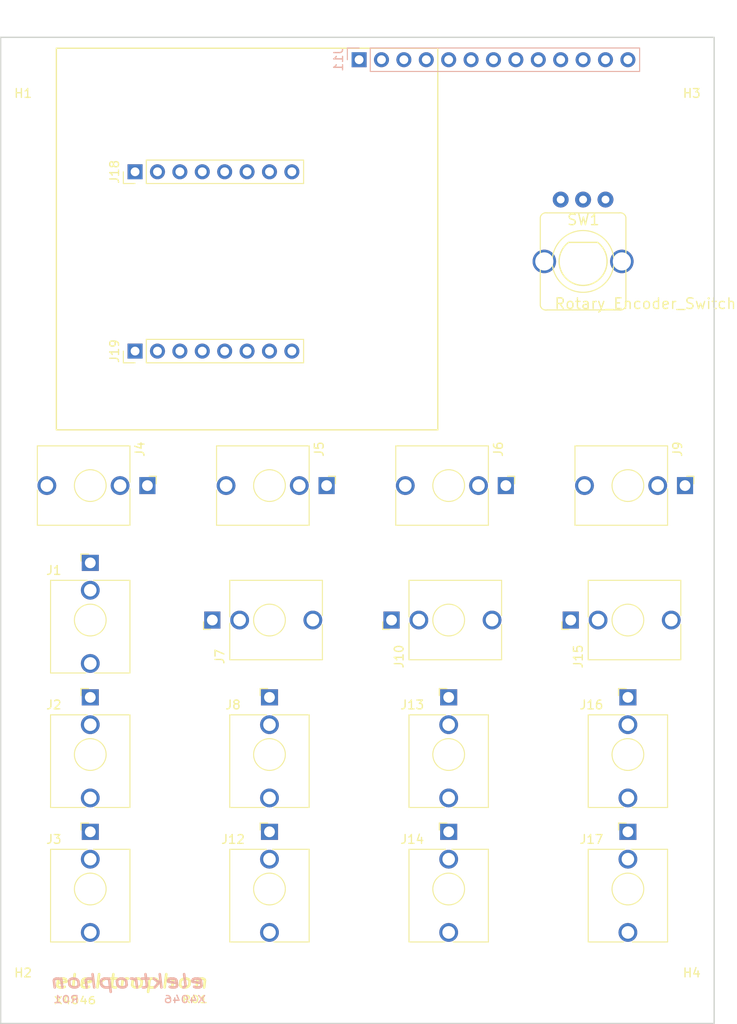
<source format=kicad_pcb>
(kicad_pcb (version 20171130) (host pcbnew 5.1.4-e60b266~84~ubuntu19.04.1)

  (general
    (thickness 1.6)
    (drawings 10)
    (tracks 0)
    (zones 0)
    (modules 25)
    (nets 62)
  )

  (page A4)
  (title_block
    (title X046)
    (date 2019-09-02)
    (rev R01)
    (comment 1 "PCB for mount circuit")
    (comment 2 "Original design by Thomas Henry")
    (comment 4 "License CC BY 4.0 - Attribution 4.0 International")
  )

  (layers
    (0 F.Cu signal)
    (31 B.Cu signal)
    (32 B.Adhes user)
    (33 F.Adhes user)
    (34 B.Paste user)
    (35 F.Paste user)
    (36 B.SilkS user)
    (37 F.SilkS user)
    (38 B.Mask user)
    (39 F.Mask user)
    (40 Dwgs.User user)
    (41 Cmts.User user)
    (42 Eco1.User user)
    (43 Eco2.User user)
    (44 Edge.Cuts user)
    (45 Margin user)
    (46 B.CrtYd user)
    (47 F.CrtYd user)
    (48 B.Fab user)
    (49 F.Fab user)
  )

  (setup
    (last_trace_width 0.25)
    (user_trace_width 0.381)
    (user_trace_width 0.762)
    (trace_clearance 0.2)
    (zone_clearance 0.508)
    (zone_45_only no)
    (trace_min 0.2)
    (via_size 0.8)
    (via_drill 0.4)
    (via_min_size 0.4)
    (via_min_drill 0.3)
    (uvia_size 0.3)
    (uvia_drill 0.1)
    (uvias_allowed no)
    (uvia_min_size 0.2)
    (uvia_min_drill 0.1)
    (edge_width 0.15)
    (segment_width 0.2)
    (pcb_text_width 0.3)
    (pcb_text_size 1.5 1.5)
    (mod_edge_width 0.15)
    (mod_text_size 1 1)
    (mod_text_width 0.15)
    (pad_size 2.2 2.2)
    (pad_drill 2.2)
    (pad_to_mask_clearance 0.051)
    (solder_mask_min_width 0.25)
    (aux_axis_origin 0 0)
    (visible_elements FFFFFF7F)
    (pcbplotparams
      (layerselection 0x010fc_ffffffff)
      (usegerberextensions false)
      (usegerberattributes false)
      (usegerberadvancedattributes false)
      (creategerberjobfile false)
      (excludeedgelayer true)
      (linewidth 0.100000)
      (plotframeref false)
      (viasonmask false)
      (mode 1)
      (useauxorigin false)
      (hpglpennumber 1)
      (hpglpenspeed 20)
      (hpglpendiameter 15.000000)
      (psnegative false)
      (psa4output false)
      (plotreference true)
      (plotvalue true)
      (plotinvisibletext false)
      (padsonsilk false)
      (subtractmaskfromsilk false)
      (outputformat 1)
      (mirror false)
      (drillshape 0)
      (scaleselection 1)
      (outputdirectory "./gerbers"))
  )

  (net 0 "")
  (net 1 "Net-(J1-PadT)")
  (net 2 GND)
  (net 3 "Net-(J1-PadTN)")
  (net 4 "Net-(J2-PadT)")
  (net 5 "Net-(J2-PadTN)")
  (net 6 "Net-(J3-PadTN)")
  (net 7 /HARD_SYNC)
  (net 8 "Net-(J4-PadTN)")
  (net 9 "Net-(J5-PadT)")
  (net 10 "Net-(J5-PadTN)")
  (net 11 "Net-(J6-PadT)")
  (net 12 "Net-(J6-PadTN)")
  (net 13 "Net-(J7-PadT)")
  (net 14 "Net-(J7-PadTN)")
  (net 15 "Net-(J8-PadT)")
  (net 16 "Net-(J8-PadTN)")
  (net 17 "Net-(J9-PadT)")
  (net 18 "Net-(J9-PadTN)")
  (net 19 "Net-(J10-PadT)")
  (net 20 "Net-(J10-PadTN)")
  (net 21 -15V)
  (net 22 +15V)
  (net 23 /PULSE)
  (net 24 /SAW)
  (net 25 /RAMPOID)
  (net 26 /TRIANGLE)
  (net 27 /SINE)
  (net 28 /PWM)
  (net 29 /SKEW)
  (net 30 /LIN_FM)
  (net 31 /EXP_FM)
  (net 32 "Net-(J3-PadT)")
  (net 33 "Net-(J4-PadT)")
  (net 34 "Net-(J12-PadTN)")
  (net 35 "Net-(J12-PadT)")
  (net 36 "Net-(J13-PadTN)")
  (net 37 "Net-(J13-PadT)")
  (net 38 "Net-(J14-PadTN)")
  (net 39 "Net-(J14-PadT)")
  (net 40 "Net-(J15-PadTN)")
  (net 41 "Net-(J15-PadT)")
  (net 42 "Net-(J16-PadTN)")
  (net 43 "Net-(J16-PadT)")
  (net 44 "Net-(J17-PadTN)")
  (net 45 "Net-(J17-PadT)")
  (net 46 "Net-(J18-Pad1)")
  (net 47 "Net-(J18-Pad2)")
  (net 48 "Net-(J18-Pad3)")
  (net 49 "Net-(J18-Pad4)")
  (net 50 "Net-(J18-Pad5)")
  (net 51 "Net-(J18-Pad6)")
  (net 52 "Net-(J18-Pad7)")
  (net 53 "Net-(J18-Pad8)")
  (net 54 "Net-(J19-Pad1)")
  (net 55 "Net-(J19-Pad2)")
  (net 56 "Net-(J19-Pad3)")
  (net 57 "Net-(J19-Pad4)")
  (net 58 "Net-(J19-Pad5)")
  (net 59 "Net-(J19-Pad6)")
  (net 60 "Net-(J19-Pad7)")
  (net 61 "Net-(J19-Pad8)")

  (net_class Default "This is the default net class."
    (clearance 0.2)
    (trace_width 0.25)
    (via_dia 0.8)
    (via_drill 0.4)
    (uvia_dia 0.3)
    (uvia_drill 0.1)
    (add_net +15V)
    (add_net -15V)
    (add_net /EXP_FM)
    (add_net /HARD_SYNC)
    (add_net /LIN_FM)
    (add_net /PULSE)
    (add_net /PWM)
    (add_net /RAMPOID)
    (add_net /SAW)
    (add_net /SINE)
    (add_net /SKEW)
    (add_net /TRIANGLE)
    (add_net GND)
    (add_net "Net-(J1-PadT)")
    (add_net "Net-(J1-PadTN)")
    (add_net "Net-(J10-PadT)")
    (add_net "Net-(J10-PadTN)")
    (add_net "Net-(J12-PadT)")
    (add_net "Net-(J12-PadTN)")
    (add_net "Net-(J13-PadT)")
    (add_net "Net-(J13-PadTN)")
    (add_net "Net-(J14-PadT)")
    (add_net "Net-(J14-PadTN)")
    (add_net "Net-(J15-PadT)")
    (add_net "Net-(J15-PadTN)")
    (add_net "Net-(J16-PadT)")
    (add_net "Net-(J16-PadTN)")
    (add_net "Net-(J17-PadT)")
    (add_net "Net-(J17-PadTN)")
    (add_net "Net-(J18-Pad1)")
    (add_net "Net-(J18-Pad2)")
    (add_net "Net-(J18-Pad3)")
    (add_net "Net-(J18-Pad4)")
    (add_net "Net-(J18-Pad5)")
    (add_net "Net-(J18-Pad6)")
    (add_net "Net-(J18-Pad7)")
    (add_net "Net-(J18-Pad8)")
    (add_net "Net-(J19-Pad1)")
    (add_net "Net-(J19-Pad2)")
    (add_net "Net-(J19-Pad3)")
    (add_net "Net-(J19-Pad4)")
    (add_net "Net-(J19-Pad5)")
    (add_net "Net-(J19-Pad6)")
    (add_net "Net-(J19-Pad7)")
    (add_net "Net-(J19-Pad8)")
    (add_net "Net-(J2-PadT)")
    (add_net "Net-(J2-PadTN)")
    (add_net "Net-(J3-PadT)")
    (add_net "Net-(J3-PadTN)")
    (add_net "Net-(J4-PadT)")
    (add_net "Net-(J4-PadTN)")
    (add_net "Net-(J5-PadT)")
    (add_net "Net-(J5-PadTN)")
    (add_net "Net-(J6-PadT)")
    (add_net "Net-(J6-PadTN)")
    (add_net "Net-(J7-PadT)")
    (add_net "Net-(J7-PadTN)")
    (add_net "Net-(J8-PadT)")
    (add_net "Net-(J8-PadTN)")
    (add_net "Net-(J9-PadT)")
    (add_net "Net-(J9-PadTN)")
  )

  (module elektrophon:panel_5110_lcd (layer F.Cu) (tedit 5DAB0527) (tstamp 5DAB7A8E)
    (at 68.58 63.5)
    (fp_text reference REF** (at 0 23) (layer F.SilkS) hide
      (effects (font (size 1 1) (thickness 0.15)))
    )
    (fp_text value panel_5110_lcd (at -0.75 -23) (layer F.Fab) hide
      (effects (font (size 1 1) (thickness 0.15)))
    )
    (fp_poly (pts (xy -21.625 -21.625) (xy 21.625 -21.625) (xy 21.625 21.625) (xy -21.625 21.625)) (layer B.Mask) (width 0.1))
    (fp_poly (pts (xy -21.625 -21.625) (xy 21.625 -21.625) (xy 21.625 21.625) (xy -21.625 21.625)) (layer F.Mask) (width 0.1))
    (fp_line (start -21.625 -21.625) (end -21.625 21.625) (layer F.SilkS) (width 0.15))
    (fp_line (start -21.625 21.625) (end 21.625 21.625) (layer F.SilkS) (width 0.15))
    (fp_line (start 21.625 -21.625) (end 21.625 21.625) (layer F.SilkS) (width 0.15))
    (fp_line (start -21.625 -21.625) (end 21.625 -21.625) (layer F.SilkS) (width 0.15))
    (model "/home/etienne/Projects/elektrophon/lib/kicad/models/Nokia 5110.STEP"
      (offset (xyz 0 0 5))
      (scale (xyz 1 1 1))
      (rotate (xyz 0 0 0))
    )
  )

  (module Connector_PinHeader_2.54mm:PinHeader_1x08_P2.54mm_Vertical (layer F.Cu) (tedit 59FED5CC) (tstamp 5DAB6C07)
    (at 55.88 76.2 90)
    (descr "Through hole straight pin header, 1x08, 2.54mm pitch, single row")
    (tags "Through hole pin header THT 1x08 2.54mm single row")
    (path /5DADB28E)
    (fp_text reference J19 (at 0 -2.33 90) (layer F.SilkS)
      (effects (font (size 1 1) (thickness 0.15)))
    )
    (fp_text value Conn_01x08_Female (at 0 20.11 90) (layer F.Fab)
      (effects (font (size 1 1) (thickness 0.15)))
    )
    (fp_text user %R (at 0 8.89) (layer F.Fab)
      (effects (font (size 1 1) (thickness 0.15)))
    )
    (fp_line (start 1.8 -1.8) (end -1.8 -1.8) (layer F.CrtYd) (width 0.05))
    (fp_line (start 1.8 19.55) (end 1.8 -1.8) (layer F.CrtYd) (width 0.05))
    (fp_line (start -1.8 19.55) (end 1.8 19.55) (layer F.CrtYd) (width 0.05))
    (fp_line (start -1.8 -1.8) (end -1.8 19.55) (layer F.CrtYd) (width 0.05))
    (fp_line (start -1.33 -1.33) (end 0 -1.33) (layer F.SilkS) (width 0.12))
    (fp_line (start -1.33 0) (end -1.33 -1.33) (layer F.SilkS) (width 0.12))
    (fp_line (start -1.33 1.27) (end 1.33 1.27) (layer F.SilkS) (width 0.12))
    (fp_line (start 1.33 1.27) (end 1.33 19.11) (layer F.SilkS) (width 0.12))
    (fp_line (start -1.33 1.27) (end -1.33 19.11) (layer F.SilkS) (width 0.12))
    (fp_line (start -1.33 19.11) (end 1.33 19.11) (layer F.SilkS) (width 0.12))
    (fp_line (start -1.27 -0.635) (end -0.635 -1.27) (layer F.Fab) (width 0.1))
    (fp_line (start -1.27 19.05) (end -1.27 -0.635) (layer F.Fab) (width 0.1))
    (fp_line (start 1.27 19.05) (end -1.27 19.05) (layer F.Fab) (width 0.1))
    (fp_line (start 1.27 -1.27) (end 1.27 19.05) (layer F.Fab) (width 0.1))
    (fp_line (start -0.635 -1.27) (end 1.27 -1.27) (layer F.Fab) (width 0.1))
    (pad 8 thru_hole oval (at 0 17.78 90) (size 1.7 1.7) (drill 1) (layers *.Cu *.Mask)
      (net 61 "Net-(J19-Pad8)"))
    (pad 7 thru_hole oval (at 0 15.24 90) (size 1.7 1.7) (drill 1) (layers *.Cu *.Mask)
      (net 60 "Net-(J19-Pad7)"))
    (pad 6 thru_hole oval (at 0 12.7 90) (size 1.7 1.7) (drill 1) (layers *.Cu *.Mask)
      (net 59 "Net-(J19-Pad6)"))
    (pad 5 thru_hole oval (at 0 10.16 90) (size 1.7 1.7) (drill 1) (layers *.Cu *.Mask)
      (net 58 "Net-(J19-Pad5)"))
    (pad 4 thru_hole oval (at 0 7.62 90) (size 1.7 1.7) (drill 1) (layers *.Cu *.Mask)
      (net 57 "Net-(J19-Pad4)"))
    (pad 3 thru_hole oval (at 0 5.08 90) (size 1.7 1.7) (drill 1) (layers *.Cu *.Mask)
      (net 56 "Net-(J19-Pad3)"))
    (pad 2 thru_hole oval (at 0 2.54 90) (size 1.7 1.7) (drill 1) (layers *.Cu *.Mask)
      (net 55 "Net-(J19-Pad2)"))
    (pad 1 thru_hole rect (at 0 0 90) (size 1.7 1.7) (drill 1) (layers *.Cu *.Mask)
      (net 54 "Net-(J19-Pad1)"))
    (model ${KISYS3DMOD}/Connector_PinHeader_2.54mm.3dshapes/PinHeader_1x08_P2.54mm_Vertical.wrl
      (at (xyz 0 0 0))
      (scale (xyz 1 1 1))
      (rotate (xyz 0 0 0))
    )
  )

  (module Connector_PinHeader_2.54mm:PinHeader_1x08_P2.54mm_Vertical (layer F.Cu) (tedit 59FED5CC) (tstamp 5DAB6BEA)
    (at 55.88 55.88 90)
    (descr "Through hole straight pin header, 1x08, 2.54mm pitch, single row")
    (tags "Through hole pin header THT 1x08 2.54mm single row")
    (path /5DADA672)
    (fp_text reference J18 (at 0 -2.33 90) (layer F.SilkS)
      (effects (font (size 1 1) (thickness 0.15)))
    )
    (fp_text value Conn_01x08_Female (at 0 20.11 90) (layer F.Fab)
      (effects (font (size 1 1) (thickness 0.15)))
    )
    (fp_text user %R (at 0 8.89) (layer F.Fab)
      (effects (font (size 1 1) (thickness 0.15)))
    )
    (fp_line (start 1.8 -1.8) (end -1.8 -1.8) (layer F.CrtYd) (width 0.05))
    (fp_line (start 1.8 19.55) (end 1.8 -1.8) (layer F.CrtYd) (width 0.05))
    (fp_line (start -1.8 19.55) (end 1.8 19.55) (layer F.CrtYd) (width 0.05))
    (fp_line (start -1.8 -1.8) (end -1.8 19.55) (layer F.CrtYd) (width 0.05))
    (fp_line (start -1.33 -1.33) (end 0 -1.33) (layer F.SilkS) (width 0.12))
    (fp_line (start -1.33 0) (end -1.33 -1.33) (layer F.SilkS) (width 0.12))
    (fp_line (start -1.33 1.27) (end 1.33 1.27) (layer F.SilkS) (width 0.12))
    (fp_line (start 1.33 1.27) (end 1.33 19.11) (layer F.SilkS) (width 0.12))
    (fp_line (start -1.33 1.27) (end -1.33 19.11) (layer F.SilkS) (width 0.12))
    (fp_line (start -1.33 19.11) (end 1.33 19.11) (layer F.SilkS) (width 0.12))
    (fp_line (start -1.27 -0.635) (end -0.635 -1.27) (layer F.Fab) (width 0.1))
    (fp_line (start -1.27 19.05) (end -1.27 -0.635) (layer F.Fab) (width 0.1))
    (fp_line (start 1.27 19.05) (end -1.27 19.05) (layer F.Fab) (width 0.1))
    (fp_line (start 1.27 -1.27) (end 1.27 19.05) (layer F.Fab) (width 0.1))
    (fp_line (start -0.635 -1.27) (end 1.27 -1.27) (layer F.Fab) (width 0.1))
    (pad 8 thru_hole oval (at 0 17.78 90) (size 1.7 1.7) (drill 1) (layers *.Cu *.Mask)
      (net 53 "Net-(J18-Pad8)"))
    (pad 7 thru_hole oval (at 0 15.24 90) (size 1.7 1.7) (drill 1) (layers *.Cu *.Mask)
      (net 52 "Net-(J18-Pad7)"))
    (pad 6 thru_hole oval (at 0 12.7 90) (size 1.7 1.7) (drill 1) (layers *.Cu *.Mask)
      (net 51 "Net-(J18-Pad6)"))
    (pad 5 thru_hole oval (at 0 10.16 90) (size 1.7 1.7) (drill 1) (layers *.Cu *.Mask)
      (net 50 "Net-(J18-Pad5)"))
    (pad 4 thru_hole oval (at 0 7.62 90) (size 1.7 1.7) (drill 1) (layers *.Cu *.Mask)
      (net 49 "Net-(J18-Pad4)"))
    (pad 3 thru_hole oval (at 0 5.08 90) (size 1.7 1.7) (drill 1) (layers *.Cu *.Mask)
      (net 48 "Net-(J18-Pad3)"))
    (pad 2 thru_hole oval (at 0 2.54 90) (size 1.7 1.7) (drill 1) (layers *.Cu *.Mask)
      (net 47 "Net-(J18-Pad2)"))
    (pad 1 thru_hole rect (at 0 0 90) (size 1.7 1.7) (drill 1) (layers *.Cu *.Mask)
      (net 46 "Net-(J18-Pad1)"))
    (model ${KISYS3DMOD}/Connector_PinHeader_2.54mm.3dshapes/PinHeader_1x08_P2.54mm_Vertical.wrl
      (at (xyz 0 0 0))
      (scale (xyz 1 1 1))
      (rotate (xyz 0 0 0))
    )
  )

  (module 4ms-footprints:POT-9MM-ALPHA (layer F.Cu) (tedit 5931A27D) (tstamp 5DAB5ACF)
    (at 106.68 66.04)
    (path /5DACE54F)
    (fp_text reference SW1 (at -1.905 -4.0132) (layer F.SilkS)
      (effects (font (size 1.2065 1.2065) (thickness 0.1524)) (justify left bottom))
    )
    (fp_text value Rotary_Encoder_Switch (at -3.3274 5.4864) (layer F.SilkS)
      (effects (font (size 1.2065 1.2065) (thickness 0.1524)) (justify left bottom))
    )
    (fp_circle (center 0 0) (end -3.3655 0) (layer Cmts.User) (width 0.15))
    (fp_line (start 1.651 -2.159) (end -1.651 -2.159) (layer F.SilkS) (width 0.15))
    (fp_arc (start 0 0) (end 1.651 -2.159) (angle 285.1892907) (layer F.SilkS) (width 0.15))
    (fp_line (start -4.854163 -4.991943) (end -4.854163 4.988257) (layer F.SilkS) (width 0.127))
    (fp_arc (start -4.217263 4.861257) (end -4.854163 4.988257) (angle -90) (layer F.SilkS) (width 0.127))
    (fp_line (start -4.090263 5.498157) (end 4.089937 5.498157) (layer F.SilkS) (width 0.127))
    (fp_arc (start 4.216937 4.861257) (end 4.089937 5.498157) (angle -90) (layer F.SilkS) (width 0.127))
    (fp_line (start 4.853837 4.988257) (end 4.853837 -4.991943) (layer F.SilkS) (width 0.127))
    (fp_arc (start 4.216937 -4.864943) (end 4.853837 -4.991943) (angle -90) (layer F.SilkS) (width 0.127))
    (fp_line (start 4.089937 -5.501843) (end -4.090263 -5.501843) (layer F.SilkS) (width 0.127))
    (fp_arc (start -4.217263 -4.864943) (end -4.090263 -5.501843) (angle -90) (layer F.SilkS) (width 0.127))
    (fp_circle (center -0.000163 -0.001843) (end -3.500163 -0.001843) (layer F.SilkS) (width 0.127))
    (pad 3 thru_hole circle (at -2.540163 -7.012243 270) (size 1.8034 1.8034) (drill 0.889) (layers *.Cu *.Mask))
    (pad 2 thru_hole circle (at -0.000163 -7.012243 270) (size 1.8034 1.8034) (drill 0.889) (layers *.Cu *.Mask))
    (pad 1 thru_hole circle (at 2.539837 -7.012243 270) (size 1.8034 1.8034) (drill 0.889) (layers *.Cu *.Mask))
    (pad 4 thru_hole circle (at 4.394037 -0.001843) (size 2.667 2.667) (drill 2.0574) (layers *.Cu *.Mask))
    (pad 5 thru_hole circle (at -4.394363 -0.001843) (size 2.667 2.667) (drill 2.0574) (layers *.Cu *.Mask))
    (model ${GDOC}/_lib/packages3d/RK09K1130-20.wrl
      (offset (xyz 0 0 6.045199909210205))
      (scale (xyz 393 393 393))
      (rotate (xyz 180 0 0))
    )
  )

  (module elektrophon:Jack_3.5mm_QingPu_WQP-PJ398SM_Vertical_CircularHoles (layer F.Cu) (tedit 5DA46BDA) (tstamp 5DAB5ABA)
    (at 111.76 137.16)
    (descr "TRS 3.5mm, vertical, Thonkiconn, PCB mount, (http://www.qingpu-electronics.com/en/products/WQP-PJ398SM-362.html)")
    (tags "WQP-PJ398SM WQP-PJ301M-12 TRS 3.5mm mono vertical jack thonkiconn qingpu")
    (path /5DAC6C68)
    (fp_text reference J17 (at -4.13 -5.63) (layer F.SilkS)
      (effects (font (size 1 1) (thickness 0.15)))
    )
    (fp_text value AudioJack2_SwitchT (at 0 -1.48) (layer F.Fab)
      (effects (font (size 1 1) (thickness 0.15)))
    )
    (fp_text user KEEPOUT (at 0 0 180) (layer Cmts.User)
      (effects (font (size 0.4 0.4) (thickness 0.051)))
    )
    (fp_line (start -5 6.5) (end -5 -7.9) (layer F.CrtYd) (width 0.05))
    (fp_line (start -4.5 6) (end -4.5 -4.4) (layer F.Fab) (width 0.1))
    (fp_text user %R (at 0 1.52) (layer F.Fab)
      (effects (font (size 1 1) (thickness 0.15)))
    )
    (fp_line (start -4.5 -4.5) (end -4.5 6) (layer F.SilkS) (width 0.12))
    (fp_line (start 4.5 -4.5) (end 4.5 6) (layer F.SilkS) (width 0.12))
    (fp_circle (center 0 0) (end 1.5 0) (layer Dwgs.User) (width 0.12))
    (fp_line (start 0.09 1.48) (end 1.48 0.09) (layer Dwgs.User) (width 0.12))
    (fp_line (start -0.58 1.35) (end 1.36 -0.59) (layer Dwgs.User) (width 0.12))
    (fp_line (start -1.07 1.01) (end 1.01 -1.07) (layer Dwgs.User) (width 0.12))
    (fp_line (start -1.42 0.395) (end 0.4 -1.42) (layer Dwgs.User) (width 0.12))
    (fp_line (start -1.41 -0.46) (end -0.46 -1.41) (layer Dwgs.User) (width 0.12))
    (fp_line (start 4.5 6) (end 0.5 6) (layer F.SilkS) (width 0.12))
    (fp_line (start -0.5 6) (end -4.5 6) (layer F.SilkS) (width 0.12))
    (fp_line (start 4.5 -4.5) (end 0.35 -4.5) (layer F.SilkS) (width 0.12))
    (fp_line (start -0.35 -4.5) (end -4.5 -4.5) (layer F.SilkS) (width 0.12))
    (fp_circle (center 0 0) (end 1.8 0) (layer F.SilkS) (width 0.12))
    (fp_line (start -1.06 -7.48) (end -1.06 -6.68) (layer F.SilkS) (width 0.12))
    (fp_line (start -1.06 -7.48) (end -0.2 -7.48) (layer F.SilkS) (width 0.12))
    (fp_line (start 4.5 6) (end 4.5 -4.4) (layer F.Fab) (width 0.1))
    (fp_line (start 4.5 6) (end -4.5 6) (layer F.Fab) (width 0.1))
    (fp_line (start 5 6.5) (end 5 -7.9) (layer F.CrtYd) (width 0.05))
    (fp_line (start 5 6.5) (end -5 6.5) (layer F.CrtYd) (width 0.05))
    (fp_line (start 5 -7.9) (end -5 -7.9) (layer F.CrtYd) (width 0.05))
    (fp_line (start 4.5 -4.45) (end -4.5 -4.45) (layer F.Fab) (width 0.1))
    (fp_circle (center 0 0) (end 1.8 0) (layer F.Fab) (width 0.1))
    (fp_line (start 0 -6.48) (end 0 -4.45) (layer F.Fab) (width 0.1))
    (pad TN thru_hole circle (at 0 -3.38 180) (size 2.13 2.13) (drill 1.42) (layers *.Cu *.Mask)
      (net 44 "Net-(J17-PadTN)"))
    (pad S thru_hole rect (at 0 -6.48 180) (size 1.93 1.83) (drill 1.22) (layers *.Cu *.Mask)
      (net 2 GND))
    (pad T thru_hole circle (at 0 4.92 180) (size 2.13 2.13) (drill 1.43) (layers *.Cu *.Mask)
      (net 45 "Net-(J17-PadT)"))
    (model ${KISYS3DMOD}/Connector_Audio.3dshapes/Jack_3.5mm_QingPu_WQP-PJ398SM_Vertical.wrl
      (at (xyz 0 0 0))
      (scale (xyz 1 1 1))
      (rotate (xyz 0 0 0))
    )
    (model "${KIPRJMOD}/../../../lib/kicad/models/PJ301M-12 Thonkiconn v0.2.stp"
      (offset (xyz 0 -1 0))
      (scale (xyz 1 1 1))
      (rotate (xyz 0 0 180))
    )
  )

  (module elektrophon:Jack_3.5mm_QingPu_WQP-PJ398SM_Vertical_CircularHoles (layer F.Cu) (tedit 5DA46BDA) (tstamp 5DAB5A98)
    (at 111.76 121.92)
    (descr "TRS 3.5mm, vertical, Thonkiconn, PCB mount, (http://www.qingpu-electronics.com/en/products/WQP-PJ398SM-362.html)")
    (tags "WQP-PJ398SM WQP-PJ301M-12 TRS 3.5mm mono vertical jack thonkiconn qingpu")
    (path /5DAC6C5B)
    (fp_text reference J16 (at -4.13 -5.63) (layer F.SilkS)
      (effects (font (size 1 1) (thickness 0.15)))
    )
    (fp_text value AudioJack2_SwitchT (at 0 -1.48) (layer F.Fab)
      (effects (font (size 1 1) (thickness 0.15)))
    )
    (fp_text user KEEPOUT (at 0 0 180) (layer Cmts.User)
      (effects (font (size 0.4 0.4) (thickness 0.051)))
    )
    (fp_line (start -5 6.5) (end -5 -7.9) (layer F.CrtYd) (width 0.05))
    (fp_line (start -4.5 6) (end -4.5 -4.4) (layer F.Fab) (width 0.1))
    (fp_text user %R (at 0 1.52) (layer F.Fab)
      (effects (font (size 1 1) (thickness 0.15)))
    )
    (fp_line (start -4.5 -4.5) (end -4.5 6) (layer F.SilkS) (width 0.12))
    (fp_line (start 4.5 -4.5) (end 4.5 6) (layer F.SilkS) (width 0.12))
    (fp_circle (center 0 0) (end 1.5 0) (layer Dwgs.User) (width 0.12))
    (fp_line (start 0.09 1.48) (end 1.48 0.09) (layer Dwgs.User) (width 0.12))
    (fp_line (start -0.58 1.35) (end 1.36 -0.59) (layer Dwgs.User) (width 0.12))
    (fp_line (start -1.07 1.01) (end 1.01 -1.07) (layer Dwgs.User) (width 0.12))
    (fp_line (start -1.42 0.395) (end 0.4 -1.42) (layer Dwgs.User) (width 0.12))
    (fp_line (start -1.41 -0.46) (end -0.46 -1.41) (layer Dwgs.User) (width 0.12))
    (fp_line (start 4.5 6) (end 0.5 6) (layer F.SilkS) (width 0.12))
    (fp_line (start -0.5 6) (end -4.5 6) (layer F.SilkS) (width 0.12))
    (fp_line (start 4.5 -4.5) (end 0.35 -4.5) (layer F.SilkS) (width 0.12))
    (fp_line (start -0.35 -4.5) (end -4.5 -4.5) (layer F.SilkS) (width 0.12))
    (fp_circle (center 0 0) (end 1.8 0) (layer F.SilkS) (width 0.12))
    (fp_line (start -1.06 -7.48) (end -1.06 -6.68) (layer F.SilkS) (width 0.12))
    (fp_line (start -1.06 -7.48) (end -0.2 -7.48) (layer F.SilkS) (width 0.12))
    (fp_line (start 4.5 6) (end 4.5 -4.4) (layer F.Fab) (width 0.1))
    (fp_line (start 4.5 6) (end -4.5 6) (layer F.Fab) (width 0.1))
    (fp_line (start 5 6.5) (end 5 -7.9) (layer F.CrtYd) (width 0.05))
    (fp_line (start 5 6.5) (end -5 6.5) (layer F.CrtYd) (width 0.05))
    (fp_line (start 5 -7.9) (end -5 -7.9) (layer F.CrtYd) (width 0.05))
    (fp_line (start 4.5 -4.45) (end -4.5 -4.45) (layer F.Fab) (width 0.1))
    (fp_circle (center 0 0) (end 1.8 0) (layer F.Fab) (width 0.1))
    (fp_line (start 0 -6.48) (end 0 -4.45) (layer F.Fab) (width 0.1))
    (pad TN thru_hole circle (at 0 -3.38 180) (size 2.13 2.13) (drill 1.42) (layers *.Cu *.Mask)
      (net 42 "Net-(J16-PadTN)"))
    (pad S thru_hole rect (at 0 -6.48 180) (size 1.93 1.83) (drill 1.22) (layers *.Cu *.Mask)
      (net 2 GND))
    (pad T thru_hole circle (at 0 4.92 180) (size 2.13 2.13) (drill 1.43) (layers *.Cu *.Mask)
      (net 43 "Net-(J16-PadT)"))
    (model ${KISYS3DMOD}/Connector_Audio.3dshapes/Jack_3.5mm_QingPu_WQP-PJ398SM_Vertical.wrl
      (at (xyz 0 0 0))
      (scale (xyz 1 1 1))
      (rotate (xyz 0 0 0))
    )
    (model "${KIPRJMOD}/../../../lib/kicad/models/PJ301M-12 Thonkiconn v0.2.stp"
      (offset (xyz 0 -1 0))
      (scale (xyz 1 1 1))
      (rotate (xyz 0 0 180))
    )
  )

  (module elektrophon:Jack_3.5mm_QingPu_WQP-PJ398SM_Vertical_CircularHoles (layer F.Cu) (tedit 5DA46BDA) (tstamp 5DAB5A76)
    (at 111.76 106.68 90)
    (descr "TRS 3.5mm, vertical, Thonkiconn, PCB mount, (http://www.qingpu-electronics.com/en/products/WQP-PJ398SM-362.html)")
    (tags "WQP-PJ398SM WQP-PJ301M-12 TRS 3.5mm mono vertical jack thonkiconn qingpu")
    (path /5DAC6C47)
    (fp_text reference J15 (at -4.13 -5.63 90) (layer F.SilkS)
      (effects (font (size 1 1) (thickness 0.15)))
    )
    (fp_text value AudioJack2_SwitchT (at 0 -1.48 90) (layer F.Fab)
      (effects (font (size 1 1) (thickness 0.15)))
    )
    (fp_text user KEEPOUT (at 0 0 270) (layer Cmts.User)
      (effects (font (size 0.4 0.4) (thickness 0.051)))
    )
    (fp_line (start -5 6.5) (end -5 -7.9) (layer F.CrtYd) (width 0.05))
    (fp_line (start -4.5 6) (end -4.5 -4.4) (layer F.Fab) (width 0.1))
    (fp_text user %R (at 0 1.52 90) (layer F.Fab)
      (effects (font (size 1 1) (thickness 0.15)))
    )
    (fp_line (start -4.5 -4.5) (end -4.5 6) (layer F.SilkS) (width 0.12))
    (fp_line (start 4.5 -4.5) (end 4.5 6) (layer F.SilkS) (width 0.12))
    (fp_circle (center 0 0) (end 1.5 0) (layer Dwgs.User) (width 0.12))
    (fp_line (start 0.09 1.48) (end 1.48 0.09) (layer Dwgs.User) (width 0.12))
    (fp_line (start -0.58 1.35) (end 1.36 -0.59) (layer Dwgs.User) (width 0.12))
    (fp_line (start -1.07 1.01) (end 1.01 -1.07) (layer Dwgs.User) (width 0.12))
    (fp_line (start -1.42 0.395) (end 0.4 -1.42) (layer Dwgs.User) (width 0.12))
    (fp_line (start -1.41 -0.46) (end -0.46 -1.41) (layer Dwgs.User) (width 0.12))
    (fp_line (start 4.5 6) (end 0.5 6) (layer F.SilkS) (width 0.12))
    (fp_line (start -0.5 6) (end -4.5 6) (layer F.SilkS) (width 0.12))
    (fp_line (start 4.5 -4.5) (end 0.35 -4.5) (layer F.SilkS) (width 0.12))
    (fp_line (start -0.35 -4.5) (end -4.5 -4.5) (layer F.SilkS) (width 0.12))
    (fp_circle (center 0 0) (end 1.8 0) (layer F.SilkS) (width 0.12))
    (fp_line (start -1.06 -7.48) (end -1.06 -6.68) (layer F.SilkS) (width 0.12))
    (fp_line (start -1.06 -7.48) (end -0.2 -7.48) (layer F.SilkS) (width 0.12))
    (fp_line (start 4.5 6) (end 4.5 -4.4) (layer F.Fab) (width 0.1))
    (fp_line (start 4.5 6) (end -4.5 6) (layer F.Fab) (width 0.1))
    (fp_line (start 5 6.5) (end 5 -7.9) (layer F.CrtYd) (width 0.05))
    (fp_line (start 5 6.5) (end -5 6.5) (layer F.CrtYd) (width 0.05))
    (fp_line (start 5 -7.9) (end -5 -7.9) (layer F.CrtYd) (width 0.05))
    (fp_line (start 4.5 -4.45) (end -4.5 -4.45) (layer F.Fab) (width 0.1))
    (fp_circle (center 0 0) (end 1.8 0) (layer F.Fab) (width 0.1))
    (fp_line (start 0 -6.48) (end 0 -4.45) (layer F.Fab) (width 0.1))
    (pad TN thru_hole circle (at 0 -3.38 270) (size 2.13 2.13) (drill 1.42) (layers *.Cu *.Mask)
      (net 40 "Net-(J15-PadTN)"))
    (pad S thru_hole rect (at 0 -6.48 270) (size 1.93 1.83) (drill 1.22) (layers *.Cu *.Mask)
      (net 2 GND))
    (pad T thru_hole circle (at 0 4.92 270) (size 2.13 2.13) (drill 1.43) (layers *.Cu *.Mask)
      (net 41 "Net-(J15-PadT)"))
    (model ${KISYS3DMOD}/Connector_Audio.3dshapes/Jack_3.5mm_QingPu_WQP-PJ398SM_Vertical.wrl
      (at (xyz 0 0 0))
      (scale (xyz 1 1 1))
      (rotate (xyz 0 0 0))
    )
    (model "${KIPRJMOD}/../../../lib/kicad/models/PJ301M-12 Thonkiconn v0.2.stp"
      (offset (xyz 0 -1 0))
      (scale (xyz 1 1 1))
      (rotate (xyz 0 0 180))
    )
  )

  (module elektrophon:Jack_3.5mm_QingPu_WQP-PJ398SM_Vertical_CircularHoles (layer F.Cu) (tedit 5DA46BDA) (tstamp 5DAB5A54)
    (at 91.44 137.16)
    (descr "TRS 3.5mm, vertical, Thonkiconn, PCB mount, (http://www.qingpu-electronics.com/en/products/WQP-PJ398SM-362.html)")
    (tags "WQP-PJ398SM WQP-PJ301M-12 TRS 3.5mm mono vertical jack thonkiconn qingpu")
    (path /5DAC6C41)
    (fp_text reference J14 (at -4.13 -5.63) (layer F.SilkS)
      (effects (font (size 1 1) (thickness 0.15)))
    )
    (fp_text value AudioJack2_SwitchT (at 0 -1.48) (layer F.Fab)
      (effects (font (size 1 1) (thickness 0.15)))
    )
    (fp_text user KEEPOUT (at 0 0 180) (layer Cmts.User)
      (effects (font (size 0.4 0.4) (thickness 0.051)))
    )
    (fp_line (start -5 6.5) (end -5 -7.9) (layer F.CrtYd) (width 0.05))
    (fp_line (start -4.5 6) (end -4.5 -4.4) (layer F.Fab) (width 0.1))
    (fp_text user %R (at 0 1.52) (layer F.Fab)
      (effects (font (size 1 1) (thickness 0.15)))
    )
    (fp_line (start -4.5 -4.5) (end -4.5 6) (layer F.SilkS) (width 0.12))
    (fp_line (start 4.5 -4.5) (end 4.5 6) (layer F.SilkS) (width 0.12))
    (fp_circle (center 0 0) (end 1.5 0) (layer Dwgs.User) (width 0.12))
    (fp_line (start 0.09 1.48) (end 1.48 0.09) (layer Dwgs.User) (width 0.12))
    (fp_line (start -0.58 1.35) (end 1.36 -0.59) (layer Dwgs.User) (width 0.12))
    (fp_line (start -1.07 1.01) (end 1.01 -1.07) (layer Dwgs.User) (width 0.12))
    (fp_line (start -1.42 0.395) (end 0.4 -1.42) (layer Dwgs.User) (width 0.12))
    (fp_line (start -1.41 -0.46) (end -0.46 -1.41) (layer Dwgs.User) (width 0.12))
    (fp_line (start 4.5 6) (end 0.5 6) (layer F.SilkS) (width 0.12))
    (fp_line (start -0.5 6) (end -4.5 6) (layer F.SilkS) (width 0.12))
    (fp_line (start 4.5 -4.5) (end 0.35 -4.5) (layer F.SilkS) (width 0.12))
    (fp_line (start -0.35 -4.5) (end -4.5 -4.5) (layer F.SilkS) (width 0.12))
    (fp_circle (center 0 0) (end 1.8 0) (layer F.SilkS) (width 0.12))
    (fp_line (start -1.06 -7.48) (end -1.06 -6.68) (layer F.SilkS) (width 0.12))
    (fp_line (start -1.06 -7.48) (end -0.2 -7.48) (layer F.SilkS) (width 0.12))
    (fp_line (start 4.5 6) (end 4.5 -4.4) (layer F.Fab) (width 0.1))
    (fp_line (start 4.5 6) (end -4.5 6) (layer F.Fab) (width 0.1))
    (fp_line (start 5 6.5) (end 5 -7.9) (layer F.CrtYd) (width 0.05))
    (fp_line (start 5 6.5) (end -5 6.5) (layer F.CrtYd) (width 0.05))
    (fp_line (start 5 -7.9) (end -5 -7.9) (layer F.CrtYd) (width 0.05))
    (fp_line (start 4.5 -4.45) (end -4.5 -4.45) (layer F.Fab) (width 0.1))
    (fp_circle (center 0 0) (end 1.8 0) (layer F.Fab) (width 0.1))
    (fp_line (start 0 -6.48) (end 0 -4.45) (layer F.Fab) (width 0.1))
    (pad TN thru_hole circle (at 0 -3.38 180) (size 2.13 2.13) (drill 1.42) (layers *.Cu *.Mask)
      (net 38 "Net-(J14-PadTN)"))
    (pad S thru_hole rect (at 0 -6.48 180) (size 1.93 1.83) (drill 1.22) (layers *.Cu *.Mask)
      (net 2 GND))
    (pad T thru_hole circle (at 0 4.92 180) (size 2.13 2.13) (drill 1.43) (layers *.Cu *.Mask)
      (net 39 "Net-(J14-PadT)"))
    (model ${KISYS3DMOD}/Connector_Audio.3dshapes/Jack_3.5mm_QingPu_WQP-PJ398SM_Vertical.wrl
      (at (xyz 0 0 0))
      (scale (xyz 1 1 1))
      (rotate (xyz 0 0 0))
    )
    (model "${KIPRJMOD}/../../../lib/kicad/models/PJ301M-12 Thonkiconn v0.2.stp"
      (offset (xyz 0 -1 0))
      (scale (xyz 1 1 1))
      (rotate (xyz 0 0 180))
    )
  )

  (module elektrophon:Jack_3.5mm_QingPu_WQP-PJ398SM_Vertical_CircularHoles (layer F.Cu) (tedit 5DA46BDA) (tstamp 5DAB5A32)
    (at 91.44 121.92)
    (descr "TRS 3.5mm, vertical, Thonkiconn, PCB mount, (http://www.qingpu-electronics.com/en/products/WQP-PJ398SM-362.html)")
    (tags "WQP-PJ398SM WQP-PJ301M-12 TRS 3.5mm mono vertical jack thonkiconn qingpu")
    (path /5DAC6C34)
    (fp_text reference J13 (at -4.13 -5.63) (layer F.SilkS)
      (effects (font (size 1 1) (thickness 0.15)))
    )
    (fp_text value AudioJack2_SwitchT (at 0 -1.48) (layer F.Fab)
      (effects (font (size 1 1) (thickness 0.15)))
    )
    (fp_text user KEEPOUT (at 0 0 180) (layer Cmts.User)
      (effects (font (size 0.4 0.4) (thickness 0.051)))
    )
    (fp_line (start -5 6.5) (end -5 -7.9) (layer F.CrtYd) (width 0.05))
    (fp_line (start -4.5 6) (end -4.5 -4.4) (layer F.Fab) (width 0.1))
    (fp_text user %R (at 0 1.52) (layer F.Fab)
      (effects (font (size 1 1) (thickness 0.15)))
    )
    (fp_line (start -4.5 -4.5) (end -4.5 6) (layer F.SilkS) (width 0.12))
    (fp_line (start 4.5 -4.5) (end 4.5 6) (layer F.SilkS) (width 0.12))
    (fp_circle (center 0 0) (end 1.5 0) (layer Dwgs.User) (width 0.12))
    (fp_line (start 0.09 1.48) (end 1.48 0.09) (layer Dwgs.User) (width 0.12))
    (fp_line (start -0.58 1.35) (end 1.36 -0.59) (layer Dwgs.User) (width 0.12))
    (fp_line (start -1.07 1.01) (end 1.01 -1.07) (layer Dwgs.User) (width 0.12))
    (fp_line (start -1.42 0.395) (end 0.4 -1.42) (layer Dwgs.User) (width 0.12))
    (fp_line (start -1.41 -0.46) (end -0.46 -1.41) (layer Dwgs.User) (width 0.12))
    (fp_line (start 4.5 6) (end 0.5 6) (layer F.SilkS) (width 0.12))
    (fp_line (start -0.5 6) (end -4.5 6) (layer F.SilkS) (width 0.12))
    (fp_line (start 4.5 -4.5) (end 0.35 -4.5) (layer F.SilkS) (width 0.12))
    (fp_line (start -0.35 -4.5) (end -4.5 -4.5) (layer F.SilkS) (width 0.12))
    (fp_circle (center 0 0) (end 1.8 0) (layer F.SilkS) (width 0.12))
    (fp_line (start -1.06 -7.48) (end -1.06 -6.68) (layer F.SilkS) (width 0.12))
    (fp_line (start -1.06 -7.48) (end -0.2 -7.48) (layer F.SilkS) (width 0.12))
    (fp_line (start 4.5 6) (end 4.5 -4.4) (layer F.Fab) (width 0.1))
    (fp_line (start 4.5 6) (end -4.5 6) (layer F.Fab) (width 0.1))
    (fp_line (start 5 6.5) (end 5 -7.9) (layer F.CrtYd) (width 0.05))
    (fp_line (start 5 6.5) (end -5 6.5) (layer F.CrtYd) (width 0.05))
    (fp_line (start 5 -7.9) (end -5 -7.9) (layer F.CrtYd) (width 0.05))
    (fp_line (start 4.5 -4.45) (end -4.5 -4.45) (layer F.Fab) (width 0.1))
    (fp_circle (center 0 0) (end 1.8 0) (layer F.Fab) (width 0.1))
    (fp_line (start 0 -6.48) (end 0 -4.45) (layer F.Fab) (width 0.1))
    (pad TN thru_hole circle (at 0 -3.38 180) (size 2.13 2.13) (drill 1.42) (layers *.Cu *.Mask)
      (net 36 "Net-(J13-PadTN)"))
    (pad S thru_hole rect (at 0 -6.48 180) (size 1.93 1.83) (drill 1.22) (layers *.Cu *.Mask)
      (net 2 GND))
    (pad T thru_hole circle (at 0 4.92 180) (size 2.13 2.13) (drill 1.43) (layers *.Cu *.Mask)
      (net 37 "Net-(J13-PadT)"))
    (model ${KISYS3DMOD}/Connector_Audio.3dshapes/Jack_3.5mm_QingPu_WQP-PJ398SM_Vertical.wrl
      (at (xyz 0 0 0))
      (scale (xyz 1 1 1))
      (rotate (xyz 0 0 0))
    )
    (model "${KIPRJMOD}/../../../lib/kicad/models/PJ301M-12 Thonkiconn v0.2.stp"
      (offset (xyz 0 -1 0))
      (scale (xyz 1 1 1))
      (rotate (xyz 0 0 180))
    )
  )

  (module elektrophon:Jack_3.5mm_QingPu_WQP-PJ398SM_Vertical_CircularHoles (layer F.Cu) (tedit 5DA46BDA) (tstamp 5DAB5A10)
    (at 71.12 137.16)
    (descr "TRS 3.5mm, vertical, Thonkiconn, PCB mount, (http://www.qingpu-electronics.com/en/products/WQP-PJ398SM-362.html)")
    (tags "WQP-PJ398SM WQP-PJ301M-12 TRS 3.5mm mono vertical jack thonkiconn qingpu")
    (path /5DAC6C27)
    (fp_text reference J12 (at -4.13 -5.63) (layer F.SilkS)
      (effects (font (size 1 1) (thickness 0.15)))
    )
    (fp_text value AudioJack2_SwitchT (at 0 -1.48) (layer F.Fab)
      (effects (font (size 1 1) (thickness 0.15)))
    )
    (fp_text user KEEPOUT (at 0 0 180) (layer Cmts.User)
      (effects (font (size 0.4 0.4) (thickness 0.051)))
    )
    (fp_line (start -5 6.5) (end -5 -7.9) (layer F.CrtYd) (width 0.05))
    (fp_line (start -4.5 6) (end -4.5 -4.4) (layer F.Fab) (width 0.1))
    (fp_text user %R (at 0 1.52) (layer F.Fab)
      (effects (font (size 1 1) (thickness 0.15)))
    )
    (fp_line (start -4.5 -4.5) (end -4.5 6) (layer F.SilkS) (width 0.12))
    (fp_line (start 4.5 -4.5) (end 4.5 6) (layer F.SilkS) (width 0.12))
    (fp_circle (center 0 0) (end 1.5 0) (layer Dwgs.User) (width 0.12))
    (fp_line (start 0.09 1.48) (end 1.48 0.09) (layer Dwgs.User) (width 0.12))
    (fp_line (start -0.58 1.35) (end 1.36 -0.59) (layer Dwgs.User) (width 0.12))
    (fp_line (start -1.07 1.01) (end 1.01 -1.07) (layer Dwgs.User) (width 0.12))
    (fp_line (start -1.42 0.395) (end 0.4 -1.42) (layer Dwgs.User) (width 0.12))
    (fp_line (start -1.41 -0.46) (end -0.46 -1.41) (layer Dwgs.User) (width 0.12))
    (fp_line (start 4.5 6) (end 0.5 6) (layer F.SilkS) (width 0.12))
    (fp_line (start -0.5 6) (end -4.5 6) (layer F.SilkS) (width 0.12))
    (fp_line (start 4.5 -4.5) (end 0.35 -4.5) (layer F.SilkS) (width 0.12))
    (fp_line (start -0.35 -4.5) (end -4.5 -4.5) (layer F.SilkS) (width 0.12))
    (fp_circle (center 0 0) (end 1.8 0) (layer F.SilkS) (width 0.12))
    (fp_line (start -1.06 -7.48) (end -1.06 -6.68) (layer F.SilkS) (width 0.12))
    (fp_line (start -1.06 -7.48) (end -0.2 -7.48) (layer F.SilkS) (width 0.12))
    (fp_line (start 4.5 6) (end 4.5 -4.4) (layer F.Fab) (width 0.1))
    (fp_line (start 4.5 6) (end -4.5 6) (layer F.Fab) (width 0.1))
    (fp_line (start 5 6.5) (end 5 -7.9) (layer F.CrtYd) (width 0.05))
    (fp_line (start 5 6.5) (end -5 6.5) (layer F.CrtYd) (width 0.05))
    (fp_line (start 5 -7.9) (end -5 -7.9) (layer F.CrtYd) (width 0.05))
    (fp_line (start 4.5 -4.45) (end -4.5 -4.45) (layer F.Fab) (width 0.1))
    (fp_circle (center 0 0) (end 1.8 0) (layer F.Fab) (width 0.1))
    (fp_line (start 0 -6.48) (end 0 -4.45) (layer F.Fab) (width 0.1))
    (pad TN thru_hole circle (at 0 -3.38 180) (size 2.13 2.13) (drill 1.42) (layers *.Cu *.Mask)
      (net 34 "Net-(J12-PadTN)"))
    (pad S thru_hole rect (at 0 -6.48 180) (size 1.93 1.83) (drill 1.22) (layers *.Cu *.Mask)
      (net 2 GND))
    (pad T thru_hole circle (at 0 4.92 180) (size 2.13 2.13) (drill 1.43) (layers *.Cu *.Mask)
      (net 35 "Net-(J12-PadT)"))
    (model ${KISYS3DMOD}/Connector_Audio.3dshapes/Jack_3.5mm_QingPu_WQP-PJ398SM_Vertical.wrl
      (at (xyz 0 0 0))
      (scale (xyz 1 1 1))
      (rotate (xyz 0 0 0))
    )
    (model "${KIPRJMOD}/../../../lib/kicad/models/PJ301M-12 Thonkiconn v0.2.stp"
      (offset (xyz 0 -1 0))
      (scale (xyz 1 1 1))
      (rotate (xyz 0 0 180))
    )
  )

  (module elektrophon:Jack_3.5mm_QingPu_WQP-PJ398SM_Vertical_CircularHoles (layer F.Cu) (tedit 5DA46BDA) (tstamp 5DAB59AE)
    (at 91.44 106.68 90)
    (descr "TRS 3.5mm, vertical, Thonkiconn, PCB mount, (http://www.qingpu-electronics.com/en/products/WQP-PJ398SM-362.html)")
    (tags "WQP-PJ398SM WQP-PJ301M-12 TRS 3.5mm mono vertical jack thonkiconn qingpu")
    (path /5DAC6C13)
    (fp_text reference J10 (at -4.13 -5.63 90) (layer F.SilkS)
      (effects (font (size 1 1) (thickness 0.15)))
    )
    (fp_text value AudioJack2_SwitchT (at 0 -1.48 90) (layer F.Fab)
      (effects (font (size 1 1) (thickness 0.15)))
    )
    (fp_text user KEEPOUT (at 0 0 270) (layer Cmts.User)
      (effects (font (size 0.4 0.4) (thickness 0.051)))
    )
    (fp_line (start -5 6.5) (end -5 -7.9) (layer F.CrtYd) (width 0.05))
    (fp_line (start -4.5 6) (end -4.5 -4.4) (layer F.Fab) (width 0.1))
    (fp_text user %R (at 0 1.52 90) (layer F.Fab)
      (effects (font (size 1 1) (thickness 0.15)))
    )
    (fp_line (start -4.5 -4.5) (end -4.5 6) (layer F.SilkS) (width 0.12))
    (fp_line (start 4.5 -4.5) (end 4.5 6) (layer F.SilkS) (width 0.12))
    (fp_circle (center 0 0) (end 1.5 0) (layer Dwgs.User) (width 0.12))
    (fp_line (start 0.09 1.48) (end 1.48 0.09) (layer Dwgs.User) (width 0.12))
    (fp_line (start -0.58 1.35) (end 1.36 -0.59) (layer Dwgs.User) (width 0.12))
    (fp_line (start -1.07 1.01) (end 1.01 -1.07) (layer Dwgs.User) (width 0.12))
    (fp_line (start -1.42 0.395) (end 0.4 -1.42) (layer Dwgs.User) (width 0.12))
    (fp_line (start -1.41 -0.46) (end -0.46 -1.41) (layer Dwgs.User) (width 0.12))
    (fp_line (start 4.5 6) (end 0.5 6) (layer F.SilkS) (width 0.12))
    (fp_line (start -0.5 6) (end -4.5 6) (layer F.SilkS) (width 0.12))
    (fp_line (start 4.5 -4.5) (end 0.35 -4.5) (layer F.SilkS) (width 0.12))
    (fp_line (start -0.35 -4.5) (end -4.5 -4.5) (layer F.SilkS) (width 0.12))
    (fp_circle (center 0 0) (end 1.8 0) (layer F.SilkS) (width 0.12))
    (fp_line (start -1.06 -7.48) (end -1.06 -6.68) (layer F.SilkS) (width 0.12))
    (fp_line (start -1.06 -7.48) (end -0.2 -7.48) (layer F.SilkS) (width 0.12))
    (fp_line (start 4.5 6) (end 4.5 -4.4) (layer F.Fab) (width 0.1))
    (fp_line (start 4.5 6) (end -4.5 6) (layer F.Fab) (width 0.1))
    (fp_line (start 5 6.5) (end 5 -7.9) (layer F.CrtYd) (width 0.05))
    (fp_line (start 5 6.5) (end -5 6.5) (layer F.CrtYd) (width 0.05))
    (fp_line (start 5 -7.9) (end -5 -7.9) (layer F.CrtYd) (width 0.05))
    (fp_line (start 4.5 -4.45) (end -4.5 -4.45) (layer F.Fab) (width 0.1))
    (fp_circle (center 0 0) (end 1.8 0) (layer F.Fab) (width 0.1))
    (fp_line (start 0 -6.48) (end 0 -4.45) (layer F.Fab) (width 0.1))
    (pad TN thru_hole circle (at 0 -3.38 270) (size 2.13 2.13) (drill 1.42) (layers *.Cu *.Mask)
      (net 20 "Net-(J10-PadTN)"))
    (pad S thru_hole rect (at 0 -6.48 270) (size 1.93 1.83) (drill 1.22) (layers *.Cu *.Mask)
      (net 2 GND))
    (pad T thru_hole circle (at 0 4.92 270) (size 2.13 2.13) (drill 1.43) (layers *.Cu *.Mask)
      (net 19 "Net-(J10-PadT)"))
    (model ${KISYS3DMOD}/Connector_Audio.3dshapes/Jack_3.5mm_QingPu_WQP-PJ398SM_Vertical.wrl
      (at (xyz 0 0 0))
      (scale (xyz 1 1 1))
      (rotate (xyz 0 0 0))
    )
    (model "${KIPRJMOD}/../../../lib/kicad/models/PJ301M-12 Thonkiconn v0.2.stp"
      (offset (xyz 0 -1 0))
      (scale (xyz 1 1 1))
      (rotate (xyz 0 0 180))
    )
  )

  (module elektrophon:Jack_3.5mm_QingPu_WQP-PJ398SM_Vertical_CircularHoles (layer F.Cu) (tedit 5DA46BDA) (tstamp 5DAB598C)
    (at 111.76 91.44 270)
    (descr "TRS 3.5mm, vertical, Thonkiconn, PCB mount, (http://www.qingpu-electronics.com/en/products/WQP-PJ398SM-362.html)")
    (tags "WQP-PJ398SM WQP-PJ301M-12 TRS 3.5mm mono vertical jack thonkiconn qingpu")
    (path /5DAC6C0D)
    (fp_text reference J9 (at -4.13 -5.63 90) (layer F.SilkS)
      (effects (font (size 1 1) (thickness 0.15)))
    )
    (fp_text value AudioJack2_SwitchT (at 0 -1.48 90) (layer F.Fab)
      (effects (font (size 1 1) (thickness 0.15)))
    )
    (fp_text user KEEPOUT (at 0 0 270) (layer Cmts.User)
      (effects (font (size 0.4 0.4) (thickness 0.051)))
    )
    (fp_line (start -5 6.5) (end -5 -7.9) (layer F.CrtYd) (width 0.05))
    (fp_line (start -4.5 6) (end -4.5 -4.4) (layer F.Fab) (width 0.1))
    (fp_text user %R (at 0 1.52 90) (layer F.Fab)
      (effects (font (size 1 1) (thickness 0.15)))
    )
    (fp_line (start -4.5 -4.5) (end -4.5 6) (layer F.SilkS) (width 0.12))
    (fp_line (start 4.5 -4.5) (end 4.5 6) (layer F.SilkS) (width 0.12))
    (fp_circle (center 0 0) (end 1.5 0) (layer Dwgs.User) (width 0.12))
    (fp_line (start 0.09 1.48) (end 1.48 0.09) (layer Dwgs.User) (width 0.12))
    (fp_line (start -0.58 1.35) (end 1.36 -0.59) (layer Dwgs.User) (width 0.12))
    (fp_line (start -1.07 1.01) (end 1.01 -1.07) (layer Dwgs.User) (width 0.12))
    (fp_line (start -1.42 0.395) (end 0.4 -1.42) (layer Dwgs.User) (width 0.12))
    (fp_line (start -1.41 -0.46) (end -0.46 -1.41) (layer Dwgs.User) (width 0.12))
    (fp_line (start 4.5 6) (end 0.5 6) (layer F.SilkS) (width 0.12))
    (fp_line (start -0.5 6) (end -4.5 6) (layer F.SilkS) (width 0.12))
    (fp_line (start 4.5 -4.5) (end 0.35 -4.5) (layer F.SilkS) (width 0.12))
    (fp_line (start -0.35 -4.5) (end -4.5 -4.5) (layer F.SilkS) (width 0.12))
    (fp_circle (center 0 0) (end 1.8 0) (layer F.SilkS) (width 0.12))
    (fp_line (start -1.06 -7.48) (end -1.06 -6.68) (layer F.SilkS) (width 0.12))
    (fp_line (start -1.06 -7.48) (end -0.2 -7.48) (layer F.SilkS) (width 0.12))
    (fp_line (start 4.5 6) (end 4.5 -4.4) (layer F.Fab) (width 0.1))
    (fp_line (start 4.5 6) (end -4.5 6) (layer F.Fab) (width 0.1))
    (fp_line (start 5 6.5) (end 5 -7.9) (layer F.CrtYd) (width 0.05))
    (fp_line (start 5 6.5) (end -5 6.5) (layer F.CrtYd) (width 0.05))
    (fp_line (start 5 -7.9) (end -5 -7.9) (layer F.CrtYd) (width 0.05))
    (fp_line (start 4.5 -4.45) (end -4.5 -4.45) (layer F.Fab) (width 0.1))
    (fp_circle (center 0 0) (end 1.8 0) (layer F.Fab) (width 0.1))
    (fp_line (start 0 -6.48) (end 0 -4.45) (layer F.Fab) (width 0.1))
    (pad TN thru_hole circle (at 0 -3.38 90) (size 2.13 2.13) (drill 1.42) (layers *.Cu *.Mask)
      (net 18 "Net-(J9-PadTN)"))
    (pad S thru_hole rect (at 0 -6.48 90) (size 1.93 1.83) (drill 1.22) (layers *.Cu *.Mask)
      (net 2 GND))
    (pad T thru_hole circle (at 0 4.92 90) (size 2.13 2.13) (drill 1.43) (layers *.Cu *.Mask)
      (net 17 "Net-(J9-PadT)"))
    (model ${KISYS3DMOD}/Connector_Audio.3dshapes/Jack_3.5mm_QingPu_WQP-PJ398SM_Vertical.wrl
      (at (xyz 0 0 0))
      (scale (xyz 1 1 1))
      (rotate (xyz 0 0 0))
    )
    (model "${KIPRJMOD}/../../../lib/kicad/models/PJ301M-12 Thonkiconn v0.2.stp"
      (offset (xyz 0 -1 0))
      (scale (xyz 1 1 1))
      (rotate (xyz 0 0 180))
    )
  )

  (module elektrophon:Jack_3.5mm_QingPu_WQP-PJ398SM_Vertical_CircularHoles (layer F.Cu) (tedit 5DA46BDA) (tstamp 5DAB596A)
    (at 71.12 121.92)
    (descr "TRS 3.5mm, vertical, Thonkiconn, PCB mount, (http://www.qingpu-electronics.com/en/products/WQP-PJ398SM-362.html)")
    (tags "WQP-PJ398SM WQP-PJ301M-12 TRS 3.5mm mono vertical jack thonkiconn qingpu")
    (path /5DAC0D63)
    (fp_text reference J8 (at -4.13 -5.63) (layer F.SilkS)
      (effects (font (size 1 1) (thickness 0.15)))
    )
    (fp_text value AudioJack2_SwitchT (at 0 -1.48) (layer F.Fab)
      (effects (font (size 1 1) (thickness 0.15)))
    )
    (fp_text user KEEPOUT (at 0 0 180) (layer Cmts.User)
      (effects (font (size 0.4 0.4) (thickness 0.051)))
    )
    (fp_line (start -5 6.5) (end -5 -7.9) (layer F.CrtYd) (width 0.05))
    (fp_line (start -4.5 6) (end -4.5 -4.4) (layer F.Fab) (width 0.1))
    (fp_text user %R (at 0 1.52) (layer F.Fab)
      (effects (font (size 1 1) (thickness 0.15)))
    )
    (fp_line (start -4.5 -4.5) (end -4.5 6) (layer F.SilkS) (width 0.12))
    (fp_line (start 4.5 -4.5) (end 4.5 6) (layer F.SilkS) (width 0.12))
    (fp_circle (center 0 0) (end 1.5 0) (layer Dwgs.User) (width 0.12))
    (fp_line (start 0.09 1.48) (end 1.48 0.09) (layer Dwgs.User) (width 0.12))
    (fp_line (start -0.58 1.35) (end 1.36 -0.59) (layer Dwgs.User) (width 0.12))
    (fp_line (start -1.07 1.01) (end 1.01 -1.07) (layer Dwgs.User) (width 0.12))
    (fp_line (start -1.42 0.395) (end 0.4 -1.42) (layer Dwgs.User) (width 0.12))
    (fp_line (start -1.41 -0.46) (end -0.46 -1.41) (layer Dwgs.User) (width 0.12))
    (fp_line (start 4.5 6) (end 0.5 6) (layer F.SilkS) (width 0.12))
    (fp_line (start -0.5 6) (end -4.5 6) (layer F.SilkS) (width 0.12))
    (fp_line (start 4.5 -4.5) (end 0.35 -4.5) (layer F.SilkS) (width 0.12))
    (fp_line (start -0.35 -4.5) (end -4.5 -4.5) (layer F.SilkS) (width 0.12))
    (fp_circle (center 0 0) (end 1.8 0) (layer F.SilkS) (width 0.12))
    (fp_line (start -1.06 -7.48) (end -1.06 -6.68) (layer F.SilkS) (width 0.12))
    (fp_line (start -1.06 -7.48) (end -0.2 -7.48) (layer F.SilkS) (width 0.12))
    (fp_line (start 4.5 6) (end 4.5 -4.4) (layer F.Fab) (width 0.1))
    (fp_line (start 4.5 6) (end -4.5 6) (layer F.Fab) (width 0.1))
    (fp_line (start 5 6.5) (end 5 -7.9) (layer F.CrtYd) (width 0.05))
    (fp_line (start 5 6.5) (end -5 6.5) (layer F.CrtYd) (width 0.05))
    (fp_line (start 5 -7.9) (end -5 -7.9) (layer F.CrtYd) (width 0.05))
    (fp_line (start 4.5 -4.45) (end -4.5 -4.45) (layer F.Fab) (width 0.1))
    (fp_circle (center 0 0) (end 1.8 0) (layer F.Fab) (width 0.1))
    (fp_line (start 0 -6.48) (end 0 -4.45) (layer F.Fab) (width 0.1))
    (pad TN thru_hole circle (at 0 -3.38 180) (size 2.13 2.13) (drill 1.42) (layers *.Cu *.Mask)
      (net 16 "Net-(J8-PadTN)"))
    (pad S thru_hole rect (at 0 -6.48 180) (size 1.93 1.83) (drill 1.22) (layers *.Cu *.Mask)
      (net 2 GND))
    (pad T thru_hole circle (at 0 4.92 180) (size 2.13 2.13) (drill 1.43) (layers *.Cu *.Mask)
      (net 15 "Net-(J8-PadT)"))
    (model ${KISYS3DMOD}/Connector_Audio.3dshapes/Jack_3.5mm_QingPu_WQP-PJ398SM_Vertical.wrl
      (at (xyz 0 0 0))
      (scale (xyz 1 1 1))
      (rotate (xyz 0 0 0))
    )
    (model "${KIPRJMOD}/../../../lib/kicad/models/PJ301M-12 Thonkiconn v0.2.stp"
      (offset (xyz 0 -1 0))
      (scale (xyz 1 1 1))
      (rotate (xyz 0 0 180))
    )
  )

  (module elektrophon:Jack_3.5mm_QingPu_WQP-PJ398SM_Vertical_CircularHoles (layer F.Cu) (tedit 5DA46BDA) (tstamp 5DAB5948)
    (at 71.12 106.68 90)
    (descr "TRS 3.5mm, vertical, Thonkiconn, PCB mount, (http://www.qingpu-electronics.com/en/products/WQP-PJ398SM-362.html)")
    (tags "WQP-PJ398SM WQP-PJ301M-12 TRS 3.5mm mono vertical jack thonkiconn qingpu")
    (path /5DAC0D56)
    (fp_text reference J7 (at -4.13 -5.63 90) (layer F.SilkS)
      (effects (font (size 1 1) (thickness 0.15)))
    )
    (fp_text value AudioJack2_SwitchT (at 0 -1.48 90) (layer F.Fab)
      (effects (font (size 1 1) (thickness 0.15)))
    )
    (fp_text user KEEPOUT (at 0 0 270) (layer Cmts.User)
      (effects (font (size 0.4 0.4) (thickness 0.051)))
    )
    (fp_line (start -5 6.5) (end -5 -7.9) (layer F.CrtYd) (width 0.05))
    (fp_line (start -4.5 6) (end -4.5 -4.4) (layer F.Fab) (width 0.1))
    (fp_text user %R (at 0 1.52 90) (layer F.Fab)
      (effects (font (size 1 1) (thickness 0.15)))
    )
    (fp_line (start -4.5 -4.5) (end -4.5 6) (layer F.SilkS) (width 0.12))
    (fp_line (start 4.5 -4.5) (end 4.5 6) (layer F.SilkS) (width 0.12))
    (fp_circle (center 0 0) (end 1.5 0) (layer Dwgs.User) (width 0.12))
    (fp_line (start 0.09 1.48) (end 1.48 0.09) (layer Dwgs.User) (width 0.12))
    (fp_line (start -0.58 1.35) (end 1.36 -0.59) (layer Dwgs.User) (width 0.12))
    (fp_line (start -1.07 1.01) (end 1.01 -1.07) (layer Dwgs.User) (width 0.12))
    (fp_line (start -1.42 0.395) (end 0.4 -1.42) (layer Dwgs.User) (width 0.12))
    (fp_line (start -1.41 -0.46) (end -0.46 -1.41) (layer Dwgs.User) (width 0.12))
    (fp_line (start 4.5 6) (end 0.5 6) (layer F.SilkS) (width 0.12))
    (fp_line (start -0.5 6) (end -4.5 6) (layer F.SilkS) (width 0.12))
    (fp_line (start 4.5 -4.5) (end 0.35 -4.5) (layer F.SilkS) (width 0.12))
    (fp_line (start -0.35 -4.5) (end -4.5 -4.5) (layer F.SilkS) (width 0.12))
    (fp_circle (center 0 0) (end 1.8 0) (layer F.SilkS) (width 0.12))
    (fp_line (start -1.06 -7.48) (end -1.06 -6.68) (layer F.SilkS) (width 0.12))
    (fp_line (start -1.06 -7.48) (end -0.2 -7.48) (layer F.SilkS) (width 0.12))
    (fp_line (start 4.5 6) (end 4.5 -4.4) (layer F.Fab) (width 0.1))
    (fp_line (start 4.5 6) (end -4.5 6) (layer F.Fab) (width 0.1))
    (fp_line (start 5 6.5) (end 5 -7.9) (layer F.CrtYd) (width 0.05))
    (fp_line (start 5 6.5) (end -5 6.5) (layer F.CrtYd) (width 0.05))
    (fp_line (start 5 -7.9) (end -5 -7.9) (layer F.CrtYd) (width 0.05))
    (fp_line (start 4.5 -4.45) (end -4.5 -4.45) (layer F.Fab) (width 0.1))
    (fp_circle (center 0 0) (end 1.8 0) (layer F.Fab) (width 0.1))
    (fp_line (start 0 -6.48) (end 0 -4.45) (layer F.Fab) (width 0.1))
    (pad TN thru_hole circle (at 0 -3.38 270) (size 2.13 2.13) (drill 1.42) (layers *.Cu *.Mask)
      (net 14 "Net-(J7-PadTN)"))
    (pad S thru_hole rect (at 0 -6.48 270) (size 1.93 1.83) (drill 1.22) (layers *.Cu *.Mask)
      (net 2 GND))
    (pad T thru_hole circle (at 0 4.92 270) (size 2.13 2.13) (drill 1.43) (layers *.Cu *.Mask)
      (net 13 "Net-(J7-PadT)"))
    (model ${KISYS3DMOD}/Connector_Audio.3dshapes/Jack_3.5mm_QingPu_WQP-PJ398SM_Vertical.wrl
      (at (xyz 0 0 0))
      (scale (xyz 1 1 1))
      (rotate (xyz 0 0 0))
    )
    (model "${KIPRJMOD}/../../../lib/kicad/models/PJ301M-12 Thonkiconn v0.2.stp"
      (offset (xyz 0 -1 0))
      (scale (xyz 1 1 1))
      (rotate (xyz 0 0 180))
    )
  )

  (module elektrophon:Jack_3.5mm_QingPu_WQP-PJ398SM_Vertical_CircularHoles (layer F.Cu) (tedit 5DA46BDA) (tstamp 5DAB5926)
    (at 91.44 91.44 270)
    (descr "TRS 3.5mm, vertical, Thonkiconn, PCB mount, (http://www.qingpu-electronics.com/en/products/WQP-PJ398SM-362.html)")
    (tags "WQP-PJ398SM WQP-PJ301M-12 TRS 3.5mm mono vertical jack thonkiconn qingpu")
    (path /5DAC0D42)
    (fp_text reference J6 (at -4.13 -5.63 90) (layer F.SilkS)
      (effects (font (size 1 1) (thickness 0.15)))
    )
    (fp_text value AudioJack2_SwitchT (at 0 -1.48 90) (layer F.Fab)
      (effects (font (size 1 1) (thickness 0.15)))
    )
    (fp_text user KEEPOUT (at 0 0 270) (layer Cmts.User)
      (effects (font (size 0.4 0.4) (thickness 0.051)))
    )
    (fp_line (start -5 6.5) (end -5 -7.9) (layer F.CrtYd) (width 0.05))
    (fp_line (start -4.5 6) (end -4.5 -4.4) (layer F.Fab) (width 0.1))
    (fp_text user %R (at 0 1.52 90) (layer F.Fab)
      (effects (font (size 1 1) (thickness 0.15)))
    )
    (fp_line (start -4.5 -4.5) (end -4.5 6) (layer F.SilkS) (width 0.12))
    (fp_line (start 4.5 -4.5) (end 4.5 6) (layer F.SilkS) (width 0.12))
    (fp_circle (center 0 0) (end 1.5 0) (layer Dwgs.User) (width 0.12))
    (fp_line (start 0.09 1.48) (end 1.48 0.09) (layer Dwgs.User) (width 0.12))
    (fp_line (start -0.58 1.35) (end 1.36 -0.59) (layer Dwgs.User) (width 0.12))
    (fp_line (start -1.07 1.01) (end 1.01 -1.07) (layer Dwgs.User) (width 0.12))
    (fp_line (start -1.42 0.395) (end 0.4 -1.42) (layer Dwgs.User) (width 0.12))
    (fp_line (start -1.41 -0.46) (end -0.46 -1.41) (layer Dwgs.User) (width 0.12))
    (fp_line (start 4.5 6) (end 0.5 6) (layer F.SilkS) (width 0.12))
    (fp_line (start -0.5 6) (end -4.5 6) (layer F.SilkS) (width 0.12))
    (fp_line (start 4.5 -4.5) (end 0.35 -4.5) (layer F.SilkS) (width 0.12))
    (fp_line (start -0.35 -4.5) (end -4.5 -4.5) (layer F.SilkS) (width 0.12))
    (fp_circle (center 0 0) (end 1.8 0) (layer F.SilkS) (width 0.12))
    (fp_line (start -1.06 -7.48) (end -1.06 -6.68) (layer F.SilkS) (width 0.12))
    (fp_line (start -1.06 -7.48) (end -0.2 -7.48) (layer F.SilkS) (width 0.12))
    (fp_line (start 4.5 6) (end 4.5 -4.4) (layer F.Fab) (width 0.1))
    (fp_line (start 4.5 6) (end -4.5 6) (layer F.Fab) (width 0.1))
    (fp_line (start 5 6.5) (end 5 -7.9) (layer F.CrtYd) (width 0.05))
    (fp_line (start 5 6.5) (end -5 6.5) (layer F.CrtYd) (width 0.05))
    (fp_line (start 5 -7.9) (end -5 -7.9) (layer F.CrtYd) (width 0.05))
    (fp_line (start 4.5 -4.45) (end -4.5 -4.45) (layer F.Fab) (width 0.1))
    (fp_circle (center 0 0) (end 1.8 0) (layer F.Fab) (width 0.1))
    (fp_line (start 0 -6.48) (end 0 -4.45) (layer F.Fab) (width 0.1))
    (pad TN thru_hole circle (at 0 -3.38 90) (size 2.13 2.13) (drill 1.42) (layers *.Cu *.Mask)
      (net 12 "Net-(J6-PadTN)"))
    (pad S thru_hole rect (at 0 -6.48 90) (size 1.93 1.83) (drill 1.22) (layers *.Cu *.Mask)
      (net 2 GND))
    (pad T thru_hole circle (at 0 4.92 90) (size 2.13 2.13) (drill 1.43) (layers *.Cu *.Mask)
      (net 11 "Net-(J6-PadT)"))
    (model ${KISYS3DMOD}/Connector_Audio.3dshapes/Jack_3.5mm_QingPu_WQP-PJ398SM_Vertical.wrl
      (at (xyz 0 0 0))
      (scale (xyz 1 1 1))
      (rotate (xyz 0 0 0))
    )
    (model "${KIPRJMOD}/../../../lib/kicad/models/PJ301M-12 Thonkiconn v0.2.stp"
      (offset (xyz 0 -1 0))
      (scale (xyz 1 1 1))
      (rotate (xyz 0 0 180))
    )
  )

  (module elektrophon:Jack_3.5mm_QingPu_WQP-PJ398SM_Vertical_CircularHoles (layer F.Cu) (tedit 5DA46BDA) (tstamp 5DAB5904)
    (at 71.12 91.44 270)
    (descr "TRS 3.5mm, vertical, Thonkiconn, PCB mount, (http://www.qingpu-electronics.com/en/products/WQP-PJ398SM-362.html)")
    (tags "WQP-PJ398SM WQP-PJ301M-12 TRS 3.5mm mono vertical jack thonkiconn qingpu")
    (path /5DAC0D3C)
    (fp_text reference J5 (at -4.13 -5.63 90) (layer F.SilkS)
      (effects (font (size 1 1) (thickness 0.15)))
    )
    (fp_text value AudioJack2_SwitchT (at 0 -1.48 90) (layer F.Fab)
      (effects (font (size 1 1) (thickness 0.15)))
    )
    (fp_text user KEEPOUT (at 0 0 270) (layer Cmts.User)
      (effects (font (size 0.4 0.4) (thickness 0.051)))
    )
    (fp_line (start -5 6.5) (end -5 -7.9) (layer F.CrtYd) (width 0.05))
    (fp_line (start -4.5 6) (end -4.5 -4.4) (layer F.Fab) (width 0.1))
    (fp_text user %R (at 0 1.52 90) (layer F.Fab)
      (effects (font (size 1 1) (thickness 0.15)))
    )
    (fp_line (start -4.5 -4.5) (end -4.5 6) (layer F.SilkS) (width 0.12))
    (fp_line (start 4.5 -4.5) (end 4.5 6) (layer F.SilkS) (width 0.12))
    (fp_circle (center 0 0) (end 1.5 0) (layer Dwgs.User) (width 0.12))
    (fp_line (start 0.09 1.48) (end 1.48 0.09) (layer Dwgs.User) (width 0.12))
    (fp_line (start -0.58 1.35) (end 1.36 -0.59) (layer Dwgs.User) (width 0.12))
    (fp_line (start -1.07 1.01) (end 1.01 -1.07) (layer Dwgs.User) (width 0.12))
    (fp_line (start -1.42 0.395) (end 0.4 -1.42) (layer Dwgs.User) (width 0.12))
    (fp_line (start -1.41 -0.46) (end -0.46 -1.41) (layer Dwgs.User) (width 0.12))
    (fp_line (start 4.5 6) (end 0.5 6) (layer F.SilkS) (width 0.12))
    (fp_line (start -0.5 6) (end -4.5 6) (layer F.SilkS) (width 0.12))
    (fp_line (start 4.5 -4.5) (end 0.35 -4.5) (layer F.SilkS) (width 0.12))
    (fp_line (start -0.35 -4.5) (end -4.5 -4.5) (layer F.SilkS) (width 0.12))
    (fp_circle (center 0 0) (end 1.8 0) (layer F.SilkS) (width 0.12))
    (fp_line (start -1.06 -7.48) (end -1.06 -6.68) (layer F.SilkS) (width 0.12))
    (fp_line (start -1.06 -7.48) (end -0.2 -7.48) (layer F.SilkS) (width 0.12))
    (fp_line (start 4.5 6) (end 4.5 -4.4) (layer F.Fab) (width 0.1))
    (fp_line (start 4.5 6) (end -4.5 6) (layer F.Fab) (width 0.1))
    (fp_line (start 5 6.5) (end 5 -7.9) (layer F.CrtYd) (width 0.05))
    (fp_line (start 5 6.5) (end -5 6.5) (layer F.CrtYd) (width 0.05))
    (fp_line (start 5 -7.9) (end -5 -7.9) (layer F.CrtYd) (width 0.05))
    (fp_line (start 4.5 -4.45) (end -4.5 -4.45) (layer F.Fab) (width 0.1))
    (fp_circle (center 0 0) (end 1.8 0) (layer F.Fab) (width 0.1))
    (fp_line (start 0 -6.48) (end 0 -4.45) (layer F.Fab) (width 0.1))
    (pad TN thru_hole circle (at 0 -3.38 90) (size 2.13 2.13) (drill 1.42) (layers *.Cu *.Mask)
      (net 10 "Net-(J5-PadTN)"))
    (pad S thru_hole rect (at 0 -6.48 90) (size 1.93 1.83) (drill 1.22) (layers *.Cu *.Mask)
      (net 2 GND))
    (pad T thru_hole circle (at 0 4.92 90) (size 2.13 2.13) (drill 1.43) (layers *.Cu *.Mask)
      (net 9 "Net-(J5-PadT)"))
    (model ${KISYS3DMOD}/Connector_Audio.3dshapes/Jack_3.5mm_QingPu_WQP-PJ398SM_Vertical.wrl
      (at (xyz 0 0 0))
      (scale (xyz 1 1 1))
      (rotate (xyz 0 0 0))
    )
    (model "${KIPRJMOD}/../../../lib/kicad/models/PJ301M-12 Thonkiconn v0.2.stp"
      (offset (xyz 0 -1 0))
      (scale (xyz 1 1 1))
      (rotate (xyz 0 0 180))
    )
  )

  (module elektrophon:Jack_3.5mm_QingPu_WQP-PJ398SM_Vertical_CircularHoles (layer F.Cu) (tedit 5DA46BDA) (tstamp 5DAB58E2)
    (at 50.8 91.44 270)
    (descr "TRS 3.5mm, vertical, Thonkiconn, PCB mount, (http://www.qingpu-electronics.com/en/products/WQP-PJ398SM-362.html)")
    (tags "WQP-PJ398SM WQP-PJ301M-12 TRS 3.5mm mono vertical jack thonkiconn qingpu")
    (path /5DABA95C)
    (fp_text reference J4 (at -4.13 -5.63 90) (layer F.SilkS)
      (effects (font (size 1 1) (thickness 0.15)))
    )
    (fp_text value AudioJack2_SwitchT (at 0 -1.48 90) (layer F.Fab)
      (effects (font (size 1 1) (thickness 0.15)))
    )
    (fp_text user KEEPOUT (at 0 0 270) (layer Cmts.User)
      (effects (font (size 0.4 0.4) (thickness 0.051)))
    )
    (fp_line (start -5 6.5) (end -5 -7.9) (layer F.CrtYd) (width 0.05))
    (fp_line (start -4.5 6) (end -4.5 -4.4) (layer F.Fab) (width 0.1))
    (fp_text user %R (at 0 1.52 90) (layer F.Fab)
      (effects (font (size 1 1) (thickness 0.15)))
    )
    (fp_line (start -4.5 -4.5) (end -4.5 6) (layer F.SilkS) (width 0.12))
    (fp_line (start 4.5 -4.5) (end 4.5 6) (layer F.SilkS) (width 0.12))
    (fp_circle (center 0 0) (end 1.5 0) (layer Dwgs.User) (width 0.12))
    (fp_line (start 0.09 1.48) (end 1.48 0.09) (layer Dwgs.User) (width 0.12))
    (fp_line (start -0.58 1.35) (end 1.36 -0.59) (layer Dwgs.User) (width 0.12))
    (fp_line (start -1.07 1.01) (end 1.01 -1.07) (layer Dwgs.User) (width 0.12))
    (fp_line (start -1.42 0.395) (end 0.4 -1.42) (layer Dwgs.User) (width 0.12))
    (fp_line (start -1.41 -0.46) (end -0.46 -1.41) (layer Dwgs.User) (width 0.12))
    (fp_line (start 4.5 6) (end 0.5 6) (layer F.SilkS) (width 0.12))
    (fp_line (start -0.5 6) (end -4.5 6) (layer F.SilkS) (width 0.12))
    (fp_line (start 4.5 -4.5) (end 0.35 -4.5) (layer F.SilkS) (width 0.12))
    (fp_line (start -0.35 -4.5) (end -4.5 -4.5) (layer F.SilkS) (width 0.12))
    (fp_circle (center 0 0) (end 1.8 0) (layer F.SilkS) (width 0.12))
    (fp_line (start -1.06 -7.48) (end -1.06 -6.68) (layer F.SilkS) (width 0.12))
    (fp_line (start -1.06 -7.48) (end -0.2 -7.48) (layer F.SilkS) (width 0.12))
    (fp_line (start 4.5 6) (end 4.5 -4.4) (layer F.Fab) (width 0.1))
    (fp_line (start 4.5 6) (end -4.5 6) (layer F.Fab) (width 0.1))
    (fp_line (start 5 6.5) (end 5 -7.9) (layer F.CrtYd) (width 0.05))
    (fp_line (start 5 6.5) (end -5 6.5) (layer F.CrtYd) (width 0.05))
    (fp_line (start 5 -7.9) (end -5 -7.9) (layer F.CrtYd) (width 0.05))
    (fp_line (start 4.5 -4.45) (end -4.5 -4.45) (layer F.Fab) (width 0.1))
    (fp_circle (center 0 0) (end 1.8 0) (layer F.Fab) (width 0.1))
    (fp_line (start 0 -6.48) (end 0 -4.45) (layer F.Fab) (width 0.1))
    (pad TN thru_hole circle (at 0 -3.38 90) (size 2.13 2.13) (drill 1.42) (layers *.Cu *.Mask)
      (net 8 "Net-(J4-PadTN)"))
    (pad S thru_hole rect (at 0 -6.48 90) (size 1.93 1.83) (drill 1.22) (layers *.Cu *.Mask)
      (net 2 GND))
    (pad T thru_hole circle (at 0 4.92 90) (size 2.13 2.13) (drill 1.43) (layers *.Cu *.Mask)
      (net 33 "Net-(J4-PadT)"))
    (model ${KISYS3DMOD}/Connector_Audio.3dshapes/Jack_3.5mm_QingPu_WQP-PJ398SM_Vertical.wrl
      (at (xyz 0 0 0))
      (scale (xyz 1 1 1))
      (rotate (xyz 0 0 0))
    )
    (model "${KIPRJMOD}/../../../lib/kicad/models/PJ301M-12 Thonkiconn v0.2.stp"
      (offset (xyz 0 -1 0))
      (scale (xyz 1 1 1))
      (rotate (xyz 0 0 180))
    )
  )

  (module elektrophon:Jack_3.5mm_QingPu_WQP-PJ398SM_Vertical_CircularHoles (layer F.Cu) (tedit 5DA46BDA) (tstamp 5DAB58C0)
    (at 50.8 137.16)
    (descr "TRS 3.5mm, vertical, Thonkiconn, PCB mount, (http://www.qingpu-electronics.com/en/products/WQP-PJ398SM-362.html)")
    (tags "WQP-PJ398SM WQP-PJ301M-12 TRS 3.5mm mono vertical jack thonkiconn qingpu")
    (path /5DAB9FED)
    (fp_text reference J3 (at -4.13 -5.63) (layer F.SilkS)
      (effects (font (size 1 1) (thickness 0.15)))
    )
    (fp_text value AudioJack2_SwitchT (at 0 -1.48) (layer F.Fab)
      (effects (font (size 1 1) (thickness 0.15)))
    )
    (fp_text user KEEPOUT (at 0 0 180) (layer Cmts.User)
      (effects (font (size 0.4 0.4) (thickness 0.051)))
    )
    (fp_line (start -5 6.5) (end -5 -7.9) (layer F.CrtYd) (width 0.05))
    (fp_line (start -4.5 6) (end -4.5 -4.4) (layer F.Fab) (width 0.1))
    (fp_text user %R (at 0 1.52) (layer F.Fab)
      (effects (font (size 1 1) (thickness 0.15)))
    )
    (fp_line (start -4.5 -4.5) (end -4.5 6) (layer F.SilkS) (width 0.12))
    (fp_line (start 4.5 -4.5) (end 4.5 6) (layer F.SilkS) (width 0.12))
    (fp_circle (center 0 0) (end 1.5 0) (layer Dwgs.User) (width 0.12))
    (fp_line (start 0.09 1.48) (end 1.48 0.09) (layer Dwgs.User) (width 0.12))
    (fp_line (start -0.58 1.35) (end 1.36 -0.59) (layer Dwgs.User) (width 0.12))
    (fp_line (start -1.07 1.01) (end 1.01 -1.07) (layer Dwgs.User) (width 0.12))
    (fp_line (start -1.42 0.395) (end 0.4 -1.42) (layer Dwgs.User) (width 0.12))
    (fp_line (start -1.41 -0.46) (end -0.46 -1.41) (layer Dwgs.User) (width 0.12))
    (fp_line (start 4.5 6) (end 0.5 6) (layer F.SilkS) (width 0.12))
    (fp_line (start -0.5 6) (end -4.5 6) (layer F.SilkS) (width 0.12))
    (fp_line (start 4.5 -4.5) (end 0.35 -4.5) (layer F.SilkS) (width 0.12))
    (fp_line (start -0.35 -4.5) (end -4.5 -4.5) (layer F.SilkS) (width 0.12))
    (fp_circle (center 0 0) (end 1.8 0) (layer F.SilkS) (width 0.12))
    (fp_line (start -1.06 -7.48) (end -1.06 -6.68) (layer F.SilkS) (width 0.12))
    (fp_line (start -1.06 -7.48) (end -0.2 -7.48) (layer F.SilkS) (width 0.12))
    (fp_line (start 4.5 6) (end 4.5 -4.4) (layer F.Fab) (width 0.1))
    (fp_line (start 4.5 6) (end -4.5 6) (layer F.Fab) (width 0.1))
    (fp_line (start 5 6.5) (end 5 -7.9) (layer F.CrtYd) (width 0.05))
    (fp_line (start 5 6.5) (end -5 6.5) (layer F.CrtYd) (width 0.05))
    (fp_line (start 5 -7.9) (end -5 -7.9) (layer F.CrtYd) (width 0.05))
    (fp_line (start 4.5 -4.45) (end -4.5 -4.45) (layer F.Fab) (width 0.1))
    (fp_circle (center 0 0) (end 1.8 0) (layer F.Fab) (width 0.1))
    (fp_line (start 0 -6.48) (end 0 -4.45) (layer F.Fab) (width 0.1))
    (pad TN thru_hole circle (at 0 -3.38 180) (size 2.13 2.13) (drill 1.42) (layers *.Cu *.Mask)
      (net 6 "Net-(J3-PadTN)"))
    (pad S thru_hole rect (at 0 -6.48 180) (size 1.93 1.83) (drill 1.22) (layers *.Cu *.Mask)
      (net 2 GND))
    (pad T thru_hole circle (at 0 4.92 180) (size 2.13 2.13) (drill 1.43) (layers *.Cu *.Mask)
      (net 32 "Net-(J3-PadT)"))
    (model ${KISYS3DMOD}/Connector_Audio.3dshapes/Jack_3.5mm_QingPu_WQP-PJ398SM_Vertical.wrl
      (at (xyz 0 0 0))
      (scale (xyz 1 1 1))
      (rotate (xyz 0 0 0))
    )
    (model "${KIPRJMOD}/../../../lib/kicad/models/PJ301M-12 Thonkiconn v0.2.stp"
      (offset (xyz 0 -1 0))
      (scale (xyz 1 1 1))
      (rotate (xyz 0 0 180))
    )
  )

  (module MountingHole:MountingHole_2.2mm_M2 (layer F.Cu) (tedit 56D1B4CB) (tstamp 5D6C7029)
    (at 119 149.86)
    (descr "Mounting Hole 2.2mm, no annular, M2")
    (tags "mounting hole 2.2mm no annular m2")
    (path /5D6C35D6)
    (attr virtual)
    (fp_text reference H4 (at 0 -3.2) (layer F.SilkS)
      (effects (font (size 1 1) (thickness 0.15)))
    )
    (fp_text value MountingHole (at 0 3.2) (layer F.Fab) hide
      (effects (font (size 1 1) (thickness 0.15)))
    )
    (fp_circle (center 0 0) (end 2.45 0) (layer F.CrtYd) (width 0.05))
    (fp_circle (center 0 0) (end 2.2 0) (layer Cmts.User) (width 0.15))
    (fp_text user %R (at 0.3 0) (layer F.Fab)
      (effects (font (size 1 1) (thickness 0.15)))
    )
    (pad 1 np_thru_hole circle (at 0 0) (size 2.2 2.2) (drill 2.2) (layers *.Cu *.Mask))
  )

  (module MountingHole:MountingHole_2.2mm_M2 (layer F.Cu) (tedit 56D1B4CB) (tstamp 5D6C7021)
    (at 119 43.18)
    (descr "Mounting Hole 2.2mm, no annular, M2")
    (tags "mounting hole 2.2mm no annular m2")
    (path /5D6C3412)
    (attr virtual)
    (fp_text reference H3 (at 0 3.81) (layer F.SilkS)
      (effects (font (size 1 1) (thickness 0.15)))
    )
    (fp_text value MountingHole (at 0 3.2) (layer F.Fab) hide
      (effects (font (size 1 1) (thickness 0.15)))
    )
    (fp_circle (center 0 0) (end 2.45 0) (layer F.CrtYd) (width 0.05))
    (fp_circle (center 0 0) (end 2.2 0) (layer Cmts.User) (width 0.15))
    (fp_text user %R (at 0.3 0) (layer F.Fab)
      (effects (font (size 1 1) (thickness 0.15)))
    )
    (pad 1 np_thru_hole circle (at 0 0) (size 2.2 2.2) (drill 2.2) (layers *.Cu *.Mask))
  )

  (module MountingHole:MountingHole_2.2mm_M2 (layer F.Cu) (tedit 56D1B4CB) (tstamp 5D6C7019)
    (at 43.18 149.86)
    (descr "Mounting Hole 2.2mm, no annular, M2")
    (tags "mounting hole 2.2mm no annular m2")
    (path /5D6C3220)
    (attr virtual)
    (fp_text reference H2 (at 0 -3.2) (layer F.SilkS)
      (effects (font (size 1 1) (thickness 0.15)))
    )
    (fp_text value MountingHole (at 0 3.2) (layer F.Fab) hide
      (effects (font (size 1 1) (thickness 0.15)))
    )
    (fp_circle (center 0 0) (end 2.45 0) (layer F.CrtYd) (width 0.05))
    (fp_circle (center 0 0) (end 2.2 0) (layer Cmts.User) (width 0.15))
    (fp_text user %R (at 0.3 0) (layer F.Fab)
      (effects (font (size 1 1) (thickness 0.15)))
    )
    (pad 1 np_thru_hole circle (at 0 0) (size 2.2 2.2) (drill 2.2) (layers *.Cu *.Mask))
  )

  (module MountingHole:MountingHole_2.2mm_M2 (layer F.Cu) (tedit 56D1B4CB) (tstamp 5D6C7011)
    (at 43.18 43.18)
    (descr "Mounting Hole 2.2mm, no annular, M2")
    (tags "mounting hole 2.2mm no annular m2")
    (path /5D6C300D)
    (attr virtual)
    (fp_text reference H1 (at 0 3.81) (layer F.SilkS)
      (effects (font (size 1 1) (thickness 0.15)))
    )
    (fp_text value MountingHole (at 0 3.2) (layer F.Fab) hide
      (effects (font (size 1 1) (thickness 0.15)))
    )
    (fp_circle (center 0 0) (end 2.45 0) (layer F.CrtYd) (width 0.05))
    (fp_circle (center 0 0) (end 2.2 0) (layer Cmts.User) (width 0.15))
    (fp_text user %R (at 0.3 0) (layer F.Fab)
      (effects (font (size 1 1) (thickness 0.15)))
    )
    (pad 1 np_thru_hole circle (at 0 0) (size 2.2 2.2) (drill 2.2) (layers *.Cu *.Mask))
  )

  (module elektrophon:Jack_3.5mm_QingPu_WQP-PJ398SM_Vertical_CircularHoles (layer F.Cu) (tedit 5D6837C9) (tstamp 5D502821)
    (at 50.8 121.92)
    (descr "TRS 3.5mm, vertical, Thonkiconn, PCB mount, (http://www.qingpu-electronics.com/en/products/WQP-PJ398SM-362.html)")
    (tags "WQP-PJ398SM WQP-PJ301M-12 TRS 3.5mm mono vertical jack thonkiconn qingpu")
    (path /5D4DE36D)
    (fp_text reference J2 (at -4.13 -5.63) (layer F.SilkS)
      (effects (font (size 1 1) (thickness 0.15)))
    )
    (fp_text value AudioJack2_SwitchT (at 0 -1.48) (layer F.Fab)
      (effects (font (size 1 1) (thickness 0.15)))
    )
    (fp_text user KEEPOUT (at 0 0 180) (layer Cmts.User)
      (effects (font (size 0.4 0.4) (thickness 0.051)))
    )
    (fp_line (start -5 6.5) (end -5 -7.9) (layer F.CrtYd) (width 0.05))
    (fp_line (start -4.5 6) (end -4.5 -4.4) (layer F.Fab) (width 0.1))
    (fp_text user %R (at 0 1.52) (layer F.Fab)
      (effects (font (size 1 1) (thickness 0.15)))
    )
    (fp_line (start -4.5 -4.5) (end -4.5 6) (layer F.SilkS) (width 0.12))
    (fp_line (start 4.5 -4.5) (end 4.5 6) (layer F.SilkS) (width 0.12))
    (fp_circle (center 0 0) (end 1.5 0) (layer Dwgs.User) (width 0.12))
    (fp_line (start 0.09 1.48) (end 1.48 0.09) (layer Dwgs.User) (width 0.12))
    (fp_line (start -0.58 1.35) (end 1.36 -0.59) (layer Dwgs.User) (width 0.12))
    (fp_line (start -1.07 1.01) (end 1.01 -1.07) (layer Dwgs.User) (width 0.12))
    (fp_line (start -1.42 0.395) (end 0.4 -1.42) (layer Dwgs.User) (width 0.12))
    (fp_line (start -1.41 -0.46) (end -0.46 -1.41) (layer Dwgs.User) (width 0.12))
    (fp_line (start 4.5 6) (end 0.5 6) (layer F.SilkS) (width 0.12))
    (fp_line (start -0.5 6) (end -4.5 6) (layer F.SilkS) (width 0.12))
    (fp_line (start 4.5 -4.5) (end 0.35 -4.5) (layer F.SilkS) (width 0.12))
    (fp_line (start -0.35 -4.5) (end -4.5 -4.5) (layer F.SilkS) (width 0.12))
    (fp_circle (center 0 0) (end 1.8 0) (layer F.SilkS) (width 0.12))
    (fp_line (start -1.06 -7.48) (end -1.06 -6.68) (layer F.SilkS) (width 0.12))
    (fp_line (start -1.06 -7.48) (end -0.2 -7.48) (layer F.SilkS) (width 0.12))
    (fp_line (start 4.5 6) (end 4.5 -4.4) (layer F.Fab) (width 0.1))
    (fp_line (start 4.5 6) (end -4.5 6) (layer F.Fab) (width 0.1))
    (fp_line (start 5 6.5) (end 5 -7.9) (layer F.CrtYd) (width 0.05))
    (fp_line (start 5 6.5) (end -5 6.5) (layer F.CrtYd) (width 0.05))
    (fp_line (start 5 -7.9) (end -5 -7.9) (layer F.CrtYd) (width 0.05))
    (fp_line (start 4.5 -4.45) (end -4.5 -4.45) (layer F.Fab) (width 0.1))
    (fp_circle (center 0 0) (end 1.8 0) (layer F.Fab) (width 0.1))
    (fp_line (start 0 -6.48) (end 0 -4.45) (layer F.Fab) (width 0.1))
    (pad TN thru_hole circle (at 0 -3.38 180) (size 2.13 2.13) (drill 1.42) (layers *.Cu *.Mask)
      (net 5 "Net-(J2-PadTN)"))
    (pad S thru_hole rect (at 0 -6.48 180) (size 1.93 1.83) (drill 1.22) (layers *.Cu *.Mask)
      (net 2 GND))
    (pad T thru_hole circle (at 0 4.92 180) (size 2.13 2.13) (drill 1.43) (layers *.Cu *.Mask)
      (net 4 "Net-(J2-PadT)"))
    (model ${KISYS3DMOD}/Connector_Audio.3dshapes/Jack_3.5mm_QingPu_WQP-PJ398SM_Vertical.wrl
      (at (xyz 0 0 0))
      (scale (xyz 1 1 1))
      (rotate (xyz 0 0 0))
    )
    (model "/home/etienne/Projects/elektrophon/lib/kicad/models/PJ301M-12 Thonkiconn v0.2.stp"
      (offset (xyz 0 -1 0))
      (scale (xyz 1 1 1))
      (rotate (xyz 0 0 180))
    )
  )

  (module elektrophon:Jack_3.5mm_QingPu_WQP-PJ398SM_Vertical_CircularHoles (layer F.Cu) (tedit 5D6837C9) (tstamp 5D5027FF)
    (at 50.8 106.68)
    (descr "TRS 3.5mm, vertical, Thonkiconn, PCB mount, (http://www.qingpu-electronics.com/en/products/WQP-PJ398SM-362.html)")
    (tags "WQP-PJ398SM WQP-PJ301M-12 TRS 3.5mm mono vertical jack thonkiconn qingpu")
    (path /5D4DE229)
    (fp_text reference J1 (at -4.13 -5.63) (layer F.SilkS)
      (effects (font (size 1 1) (thickness 0.15)))
    )
    (fp_text value AudioJack2_SwitchT (at 0 -1.48) (layer F.Fab)
      (effects (font (size 1 1) (thickness 0.15)))
    )
    (fp_text user KEEPOUT (at 0 0 180) (layer Cmts.User)
      (effects (font (size 0.4 0.4) (thickness 0.051)))
    )
    (fp_line (start -5 6.5) (end -5 -7.9) (layer F.CrtYd) (width 0.05))
    (fp_line (start -4.5 6) (end -4.5 -4.4) (layer F.Fab) (width 0.1))
    (fp_text user %R (at 0 1.52) (layer F.Fab)
      (effects (font (size 1 1) (thickness 0.15)))
    )
    (fp_line (start -4.5 -4.5) (end -4.5 6) (layer F.SilkS) (width 0.12))
    (fp_line (start 4.5 -4.5) (end 4.5 6) (layer F.SilkS) (width 0.12))
    (fp_circle (center 0 0) (end 1.5 0) (layer Dwgs.User) (width 0.12))
    (fp_line (start 0.09 1.48) (end 1.48 0.09) (layer Dwgs.User) (width 0.12))
    (fp_line (start -0.58 1.35) (end 1.36 -0.59) (layer Dwgs.User) (width 0.12))
    (fp_line (start -1.07 1.01) (end 1.01 -1.07) (layer Dwgs.User) (width 0.12))
    (fp_line (start -1.42 0.395) (end 0.4 -1.42) (layer Dwgs.User) (width 0.12))
    (fp_line (start -1.41 -0.46) (end -0.46 -1.41) (layer Dwgs.User) (width 0.12))
    (fp_line (start 4.5 6) (end 0.5 6) (layer F.SilkS) (width 0.12))
    (fp_line (start -0.5 6) (end -4.5 6) (layer F.SilkS) (width 0.12))
    (fp_line (start 4.5 -4.5) (end 0.35 -4.5) (layer F.SilkS) (width 0.12))
    (fp_line (start -0.35 -4.5) (end -4.5 -4.5) (layer F.SilkS) (width 0.12))
    (fp_circle (center 0 0) (end 1.8 0) (layer F.SilkS) (width 0.12))
    (fp_line (start -1.06 -7.48) (end -1.06 -6.68) (layer F.SilkS) (width 0.12))
    (fp_line (start -1.06 -7.48) (end -0.2 -7.48) (layer F.SilkS) (width 0.12))
    (fp_line (start 4.5 6) (end 4.5 -4.4) (layer F.Fab) (width 0.1))
    (fp_line (start 4.5 6) (end -4.5 6) (layer F.Fab) (width 0.1))
    (fp_line (start 5 6.5) (end 5 -7.9) (layer F.CrtYd) (width 0.05))
    (fp_line (start 5 6.5) (end -5 6.5) (layer F.CrtYd) (width 0.05))
    (fp_line (start 5 -7.9) (end -5 -7.9) (layer F.CrtYd) (width 0.05))
    (fp_line (start 4.5 -4.45) (end -4.5 -4.45) (layer F.Fab) (width 0.1))
    (fp_circle (center 0 0) (end 1.8 0) (layer F.Fab) (width 0.1))
    (fp_line (start 0 -6.48) (end 0 -4.45) (layer F.Fab) (width 0.1))
    (pad TN thru_hole circle (at 0 -3.38 180) (size 2.13 2.13) (drill 1.42) (layers *.Cu *.Mask)
      (net 3 "Net-(J1-PadTN)"))
    (pad S thru_hole rect (at 0 -6.48 180) (size 1.93 1.83) (drill 1.22) (layers *.Cu *.Mask)
      (net 2 GND))
    (pad T thru_hole circle (at 0 4.92 180) (size 2.13 2.13) (drill 1.43) (layers *.Cu *.Mask)
      (net 1 "Net-(J1-PadT)"))
    (model ${KISYS3DMOD}/Connector_Audio.3dshapes/Jack_3.5mm_QingPu_WQP-PJ398SM_Vertical.wrl
      (at (xyz 0 0 0))
      (scale (xyz 1 1 1))
      (rotate (xyz 0 0 0))
    )
    (model "/home/etienne/Projects/elektrophon/lib/kicad/models/PJ301M-12 Thonkiconn v0.2.stp"
      (offset (xyz 0 -1 0))
      (scale (xyz 1 1 1))
      (rotate (xyz 0 0 180))
    )
  )

  (module Connector_PinHeader_2.54mm:PinHeader_1x13_P2.54mm_Vertical (layer B.Cu) (tedit 59FED5CC) (tstamp 5D502952)
    (at 81.28 43.18 270)
    (descr "Through hole straight pin header, 1x13, 2.54mm pitch, single row")
    (tags "Through hole pin header THT 1x13 2.54mm single row")
    (path /5D4F5592)
    (fp_text reference J11 (at 0 2.33 90) (layer B.SilkS)
      (effects (font (size 1 1) (thickness 0.15)) (justify mirror))
    )
    (fp_text value Conn_01x13_Male (at 0 -32.81 90) (layer B.Fab)
      (effects (font (size 1 1) (thickness 0.15)) (justify mirror))
    )
    (fp_text user %R (at 0 -15.24 180) (layer B.Fab)
      (effects (font (size 1 1) (thickness 0.15)) (justify mirror))
    )
    (fp_line (start 1.8 1.8) (end -1.8 1.8) (layer B.CrtYd) (width 0.05))
    (fp_line (start 1.8 -32.25) (end 1.8 1.8) (layer B.CrtYd) (width 0.05))
    (fp_line (start -1.8 -32.25) (end 1.8 -32.25) (layer B.CrtYd) (width 0.05))
    (fp_line (start -1.8 1.8) (end -1.8 -32.25) (layer B.CrtYd) (width 0.05))
    (fp_line (start -1.33 1.33) (end 0 1.33) (layer B.SilkS) (width 0.12))
    (fp_line (start -1.33 0) (end -1.33 1.33) (layer B.SilkS) (width 0.12))
    (fp_line (start -1.33 -1.27) (end 1.33 -1.27) (layer B.SilkS) (width 0.12))
    (fp_line (start 1.33 -1.27) (end 1.33 -31.81) (layer B.SilkS) (width 0.12))
    (fp_line (start -1.33 -1.27) (end -1.33 -31.81) (layer B.SilkS) (width 0.12))
    (fp_line (start -1.33 -31.81) (end 1.33 -31.81) (layer B.SilkS) (width 0.12))
    (fp_line (start -1.27 0.635) (end -0.635 1.27) (layer B.Fab) (width 0.1))
    (fp_line (start -1.27 -31.75) (end -1.27 0.635) (layer B.Fab) (width 0.1))
    (fp_line (start 1.27 -31.75) (end -1.27 -31.75) (layer B.Fab) (width 0.1))
    (fp_line (start 1.27 1.27) (end 1.27 -31.75) (layer B.Fab) (width 0.1))
    (fp_line (start -0.635 1.27) (end 1.27 1.27) (layer B.Fab) (width 0.1))
    (pad 13 thru_hole oval (at 0 -30.48 270) (size 1.7 1.7) (drill 1) (layers *.Cu *.Mask)
      (net 2 GND))
    (pad 12 thru_hole oval (at 0 -27.94 270) (size 1.7 1.7) (drill 1) (layers *.Cu *.Mask)
      (net 21 -15V))
    (pad 11 thru_hole oval (at 0 -25.4 270) (size 1.7 1.7) (drill 1) (layers *.Cu *.Mask)
      (net 22 +15V))
    (pad 10 thru_hole oval (at 0 -22.86 270) (size 1.7 1.7) (drill 1) (layers *.Cu *.Mask)
      (net 26 /TRIANGLE))
    (pad 9 thru_hole oval (at 0 -20.32 270) (size 1.7 1.7) (drill 1) (layers *.Cu *.Mask)
      (net 24 /SAW))
    (pad 8 thru_hole oval (at 0 -17.78 270) (size 1.7 1.7) (drill 1) (layers *.Cu *.Mask)
      (net 28 /PWM))
    (pad 7 thru_hole oval (at 0 -15.24 270) (size 1.7 1.7) (drill 1) (layers *.Cu *.Mask)
      (net 23 /PULSE))
    (pad 6 thru_hole oval (at 0 -12.7 270) (size 1.7 1.7) (drill 1) (layers *.Cu *.Mask)
      (net 25 /RAMPOID))
    (pad 5 thru_hole oval (at 0 -10.16 270) (size 1.7 1.7) (drill 1) (layers *.Cu *.Mask)
      (net 29 /SKEW))
    (pad 4 thru_hole oval (at 0 -7.62 270) (size 1.7 1.7) (drill 1) (layers *.Cu *.Mask)
      (net 27 /SINE))
    (pad 3 thru_hole oval (at 0 -5.08 270) (size 1.7 1.7) (drill 1) (layers *.Cu *.Mask)
      (net 7 /HARD_SYNC))
    (pad 2 thru_hole oval (at 0 -2.54 270) (size 1.7 1.7) (drill 1) (layers *.Cu *.Mask)
      (net 30 /LIN_FM))
    (pad 1 thru_hole rect (at 0 0 270) (size 1.7 1.7) (drill 1) (layers *.Cu *.Mask)
      (net 31 /EXP_FM))
    (model ${KISYS3DMOD}/Connector_PinHeader_2.54mm.3dshapes/PinHeader_1x13_P2.54mm_Vertical.wrl
      (at (xyz 0 0 0))
      (scale (xyz 1 1 1))
      (rotate (xyz 0 0 0))
    )
  )

  (gr_text R01 (at 62.669 149.667) (layer F.SilkS) (tstamp 5D6AA3BF)
    (effects (font (size 0.8 1) (thickness 0.15)))
  )
  (gr_text elektrophon (at 55.049 147.635) (layer B.SilkS) (tstamp 5D6AA3BE)
    (effects (font (size 1.5 2) (thickness 0.3) italic) (justify mirror))
  )
  (gr_text X4046 (at 49.08 149.794) (layer F.SilkS) (tstamp 5D6AA3BD)
    (effects (font (size 0.8 1) (thickness 0.15)))
  )
  (gr_text R01 (at 48.064 149.667) (layer B.SilkS) (tstamp 5D6AA3BC)
    (effects (font (size 0.8 1) (thickness 0.15)) (justify mirror))
  )
  (gr_text elektrophon (at 55.43 147.635) (layer F.SilkS) (tstamp 5D6AA3BB)
    (effects (font (size 1.5 2) (thickness 0.3) italic))
  )
  (gr_text X4046 (at 61.526 149.667) (layer B.SilkS) (tstamp 5D6AA3BA)
    (effects (font (size 0.8 1) (thickness 0.15)) (justify mirror))
  )
  (gr_line (start 40.64 152.4) (end 40.64 40.64) (layer Edge.Cuts) (width 0.15))
  (gr_line (start 40.64 152.4) (end 121.54 152.4) (layer Edge.Cuts) (width 0.15))
  (gr_line (start 121.54 40.64) (end 121.54 152.4) (layer Edge.Cuts) (width 0.15))
  (gr_line (start 40.64 40.64) (end 121.54 40.64) (layer Edge.Cuts) (width 0.15))

)

</source>
